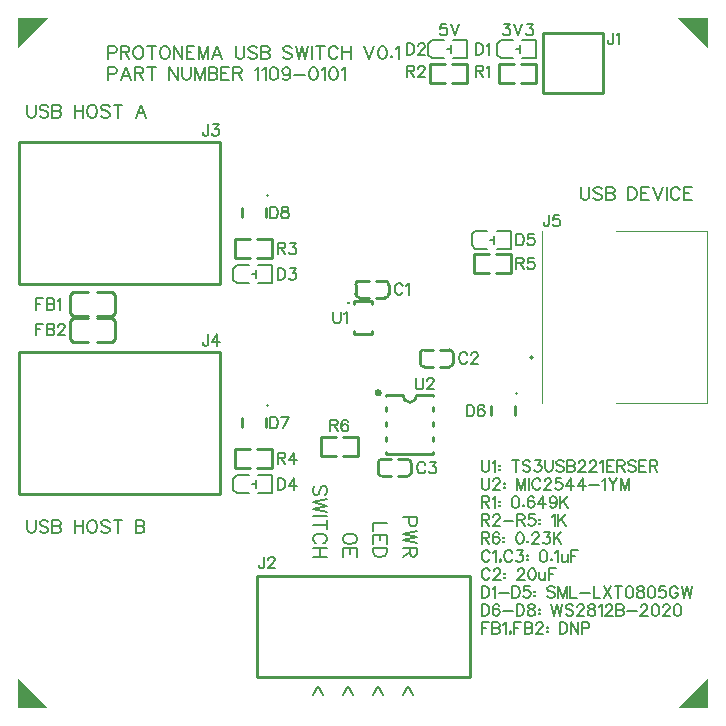
<source format=gto>
G04 Layer: TopSilkscreenLayer*
G04 EasyEDA v6.5.34, 2023-09-10 21:38:17*
G04 5915201a24e44bbb9a238a9ce508910a,5a6b42c53f6a479593ecc07194224c93,10*
G04 Gerber Generator version 0.2*
G04 Scale: 100 percent, Rotated: No, Reflected: No *
G04 Dimensions in millimeters *
G04 leading zeros omitted , absolute positions ,4 integer and 5 decimal *
%FSLAX45Y45*%
%MOMM*%

%ADD10C,0.1524*%
%ADD11C,0.2540*%
%ADD12C,0.1500*%
%ADD13C,0.1001*%
%ADD14C,0.1999*%
%ADD15C,0.0165*%

%LPD*%
D10*
X761992Y5601759D02*
G01*
X761992Y5492539D01*
X761992Y5601759D02*
G01*
X808728Y5601759D01*
X824222Y5596425D01*
X829556Y5591345D01*
X834636Y5580931D01*
X834636Y5565437D01*
X829556Y5555023D01*
X824222Y5549689D01*
X808728Y5544609D01*
X761992Y5544609D01*
X868926Y5601759D02*
G01*
X868926Y5492539D01*
X868926Y5601759D02*
G01*
X915662Y5601759D01*
X931410Y5596425D01*
X936490Y5591345D01*
X941824Y5580931D01*
X941824Y5570517D01*
X936490Y5560103D01*
X931410Y5555023D01*
X915662Y5549689D01*
X868926Y5549689D01*
X905502Y5549689D02*
G01*
X941824Y5492539D01*
X1007102Y5601759D02*
G01*
X996942Y5596425D01*
X986528Y5586265D01*
X981194Y5575851D01*
X976114Y5560103D01*
X976114Y5534195D01*
X981194Y5518701D01*
X986528Y5508287D01*
X996942Y5497873D01*
X1007102Y5492539D01*
X1027930Y5492539D01*
X1038344Y5497873D01*
X1048758Y5508287D01*
X1054092Y5518701D01*
X1059172Y5534195D01*
X1059172Y5560103D01*
X1054092Y5575851D01*
X1048758Y5586265D01*
X1038344Y5596425D01*
X1027930Y5601759D01*
X1007102Y5601759D01*
X1129784Y5601759D02*
G01*
X1129784Y5492539D01*
X1093462Y5601759D02*
G01*
X1166106Y5601759D01*
X1231638Y5601759D02*
G01*
X1221224Y5596425D01*
X1210810Y5586265D01*
X1205730Y5575851D01*
X1200396Y5560103D01*
X1200396Y5534195D01*
X1205730Y5518701D01*
X1210810Y5508287D01*
X1221224Y5497873D01*
X1231638Y5492539D01*
X1252466Y5492539D01*
X1262880Y5497873D01*
X1273294Y5508287D01*
X1278374Y5518701D01*
X1283708Y5534195D01*
X1283708Y5560103D01*
X1278374Y5575851D01*
X1273294Y5586265D01*
X1262880Y5596425D01*
X1252466Y5601759D01*
X1231638Y5601759D01*
X1317998Y5601759D02*
G01*
X1317998Y5492539D01*
X1317998Y5601759D02*
G01*
X1390642Y5492539D01*
X1390642Y5601759D02*
G01*
X1390642Y5492539D01*
X1424932Y5601759D02*
G01*
X1424932Y5492539D01*
X1424932Y5601759D02*
G01*
X1492496Y5601759D01*
X1424932Y5549689D02*
G01*
X1466588Y5549689D01*
X1424932Y5492539D02*
G01*
X1492496Y5492539D01*
X1526786Y5601759D02*
G01*
X1526786Y5492539D01*
X1526786Y5601759D02*
G01*
X1568442Y5492539D01*
X1609844Y5601759D02*
G01*
X1568442Y5492539D01*
X1609844Y5601759D02*
G01*
X1609844Y5492539D01*
X1685790Y5601759D02*
G01*
X1644134Y5492539D01*
X1685790Y5601759D02*
G01*
X1727192Y5492539D01*
X1659882Y5529115D02*
G01*
X1711698Y5529115D01*
X1841492Y5601759D02*
G01*
X1841492Y5523781D01*
X1846826Y5508287D01*
X1857240Y5497873D01*
X1872734Y5492539D01*
X1883148Y5492539D01*
X1898642Y5497873D01*
X1909056Y5508287D01*
X1914390Y5523781D01*
X1914390Y5601759D01*
X2021324Y5586265D02*
G01*
X2010910Y5596425D01*
X1995416Y5601759D01*
X1974588Y5601759D01*
X1959094Y5596425D01*
X1948680Y5586265D01*
X1948680Y5575851D01*
X1953760Y5565437D01*
X1959094Y5560103D01*
X1969508Y5555023D01*
X2000496Y5544609D01*
X2010910Y5539275D01*
X2016244Y5534195D01*
X2021324Y5523781D01*
X2021324Y5508287D01*
X2010910Y5497873D01*
X1995416Y5492539D01*
X1974588Y5492539D01*
X1959094Y5497873D01*
X1948680Y5508287D01*
X2055614Y5601759D02*
G01*
X2055614Y5492539D01*
X2055614Y5601759D02*
G01*
X2102350Y5601759D01*
X2118098Y5596425D01*
X2123178Y5591345D01*
X2128512Y5580931D01*
X2128512Y5570517D01*
X2123178Y5560103D01*
X2118098Y5555023D01*
X2102350Y5549689D01*
X2055614Y5549689D02*
G01*
X2102350Y5549689D01*
X2118098Y5544609D01*
X2123178Y5539275D01*
X2128512Y5529115D01*
X2128512Y5513367D01*
X2123178Y5502953D01*
X2118098Y5497873D01*
X2102350Y5492539D01*
X2055614Y5492539D01*
X2315456Y5586265D02*
G01*
X2305042Y5596425D01*
X2289548Y5601759D01*
X2268720Y5601759D01*
X2252972Y5596425D01*
X2242812Y5586265D01*
X2242812Y5575851D01*
X2247892Y5565437D01*
X2252972Y5560103D01*
X2263386Y5555023D01*
X2294628Y5544609D01*
X2305042Y5539275D01*
X2310122Y5534195D01*
X2315456Y5523781D01*
X2315456Y5508287D01*
X2305042Y5497873D01*
X2289548Y5492539D01*
X2268720Y5492539D01*
X2252972Y5497873D01*
X2242812Y5508287D01*
X2349746Y5601759D02*
G01*
X2375654Y5492539D01*
X2401562Y5601759D02*
G01*
X2375654Y5492539D01*
X2401562Y5601759D02*
G01*
X2427724Y5492539D01*
X2453632Y5601759D02*
G01*
X2427724Y5492539D01*
X2487922Y5601759D02*
G01*
X2487922Y5492539D01*
X2558534Y5601759D02*
G01*
X2558534Y5492539D01*
X2522212Y5601759D02*
G01*
X2594856Y5601759D01*
X2707124Y5575851D02*
G01*
X2702044Y5586265D01*
X2691630Y5596425D01*
X2681216Y5601759D01*
X2660388Y5601759D01*
X2649974Y5596425D01*
X2639560Y5586265D01*
X2634480Y5575851D01*
X2629146Y5560103D01*
X2629146Y5534195D01*
X2634480Y5518701D01*
X2639560Y5508287D01*
X2649974Y5497873D01*
X2660388Y5492539D01*
X2681216Y5492539D01*
X2691630Y5497873D01*
X2702044Y5508287D01*
X2707124Y5518701D01*
X2741414Y5601759D02*
G01*
X2741414Y5492539D01*
X2814312Y5601759D02*
G01*
X2814312Y5492539D01*
X2741414Y5549689D02*
G01*
X2814312Y5549689D01*
X2928612Y5601759D02*
G01*
X2970014Y5492539D01*
X3011670Y5601759D02*
G01*
X2970014Y5492539D01*
X3077202Y5601759D02*
G01*
X3061454Y5596425D01*
X3051040Y5580931D01*
X3045960Y5555023D01*
X3045960Y5539275D01*
X3051040Y5513367D01*
X3061454Y5497873D01*
X3077202Y5492539D01*
X3087362Y5492539D01*
X3103110Y5497873D01*
X3113524Y5513367D01*
X3118604Y5539275D01*
X3118604Y5555023D01*
X3113524Y5580931D01*
X3103110Y5596425D01*
X3087362Y5601759D01*
X3077202Y5601759D01*
X3158228Y5518701D02*
G01*
X3152894Y5513367D01*
X3158228Y5508287D01*
X3163308Y5513367D01*
X3158228Y5518701D01*
X3197598Y5580931D02*
G01*
X3208012Y5586265D01*
X3223506Y5601759D01*
X3223506Y5492539D01*
X761992Y5423959D02*
G01*
X761992Y5314739D01*
X761992Y5423959D02*
G01*
X808728Y5423959D01*
X824222Y5418625D01*
X829556Y5413545D01*
X834636Y5403131D01*
X834636Y5387637D01*
X829556Y5377223D01*
X824222Y5371889D01*
X808728Y5366809D01*
X761992Y5366809D01*
X910582Y5423959D02*
G01*
X868926Y5314739D01*
X910582Y5423959D02*
G01*
X952238Y5314739D01*
X884674Y5351315D02*
G01*
X936490Y5351315D01*
X986528Y5423959D02*
G01*
X986528Y5314739D01*
X986528Y5423959D02*
G01*
X1033264Y5423959D01*
X1048758Y5418625D01*
X1054092Y5413545D01*
X1059172Y5403131D01*
X1059172Y5392717D01*
X1054092Y5382303D01*
X1048758Y5377223D01*
X1033264Y5371889D01*
X986528Y5371889D01*
X1022850Y5371889D02*
G01*
X1059172Y5314739D01*
X1129784Y5423959D02*
G01*
X1129784Y5314739D01*
X1093462Y5423959D02*
G01*
X1166106Y5423959D01*
X1280406Y5423959D02*
G01*
X1280406Y5314739D01*
X1280406Y5423959D02*
G01*
X1353304Y5314739D01*
X1353304Y5423959D02*
G01*
X1353304Y5314739D01*
X1387594Y5423959D02*
G01*
X1387594Y5345981D01*
X1392674Y5330487D01*
X1403088Y5320073D01*
X1418582Y5314739D01*
X1428996Y5314739D01*
X1444744Y5320073D01*
X1455158Y5330487D01*
X1460238Y5345981D01*
X1460238Y5423959D01*
X1494528Y5423959D02*
G01*
X1494528Y5314739D01*
X1494528Y5423959D02*
G01*
X1536184Y5314739D01*
X1577586Y5423959D02*
G01*
X1536184Y5314739D01*
X1577586Y5423959D02*
G01*
X1577586Y5314739D01*
X1611876Y5423959D02*
G01*
X1611876Y5314739D01*
X1611876Y5423959D02*
G01*
X1658612Y5423959D01*
X1674360Y5418625D01*
X1679440Y5413545D01*
X1684774Y5403131D01*
X1684774Y5392717D01*
X1679440Y5382303D01*
X1674360Y5377223D01*
X1658612Y5371889D01*
X1611876Y5371889D02*
G01*
X1658612Y5371889D01*
X1674360Y5366809D01*
X1679440Y5361475D01*
X1684774Y5351315D01*
X1684774Y5335567D01*
X1679440Y5325153D01*
X1674360Y5320073D01*
X1658612Y5314739D01*
X1611876Y5314739D01*
X1719064Y5423959D02*
G01*
X1719064Y5314739D01*
X1719064Y5423959D02*
G01*
X1786628Y5423959D01*
X1719064Y5371889D02*
G01*
X1760466Y5371889D01*
X1719064Y5314739D02*
G01*
X1786628Y5314739D01*
X1820918Y5423959D02*
G01*
X1820918Y5314739D01*
X1820918Y5423959D02*
G01*
X1867654Y5423959D01*
X1883148Y5418625D01*
X1888482Y5413545D01*
X1893562Y5403131D01*
X1893562Y5392717D01*
X1888482Y5382303D01*
X1883148Y5377223D01*
X1867654Y5371889D01*
X1820918Y5371889D01*
X1857240Y5371889D02*
G01*
X1893562Y5314739D01*
X2007862Y5403131D02*
G01*
X2018276Y5408465D01*
X2033770Y5423959D01*
X2033770Y5314739D01*
X2068060Y5403131D02*
G01*
X2078474Y5408465D01*
X2094222Y5423959D01*
X2094222Y5314739D01*
X2159500Y5423959D02*
G01*
X2144006Y5418625D01*
X2133592Y5403131D01*
X2128512Y5377223D01*
X2128512Y5361475D01*
X2133592Y5335567D01*
X2144006Y5320073D01*
X2159500Y5314739D01*
X2169914Y5314739D01*
X2185662Y5320073D01*
X2195822Y5335567D01*
X2201156Y5361475D01*
X2201156Y5377223D01*
X2195822Y5403131D01*
X2185662Y5418625D01*
X2169914Y5423959D01*
X2159500Y5423959D01*
X2303010Y5387637D02*
G01*
X2297676Y5371889D01*
X2287262Y5361475D01*
X2271768Y5356395D01*
X2266688Y5356395D01*
X2250940Y5361475D01*
X2240526Y5371889D01*
X2235446Y5387637D01*
X2235446Y5392717D01*
X2240526Y5408465D01*
X2250940Y5418625D01*
X2266688Y5423959D01*
X2271768Y5423959D01*
X2287262Y5418625D01*
X2297676Y5408465D01*
X2303010Y5387637D01*
X2303010Y5361475D01*
X2297676Y5335567D01*
X2287262Y5320073D01*
X2271768Y5314739D01*
X2261354Y5314739D01*
X2245860Y5320073D01*
X2240526Y5330487D01*
X2337300Y5361475D02*
G01*
X2430772Y5361475D01*
X2496304Y5423959D02*
G01*
X2480556Y5418625D01*
X2470142Y5403131D01*
X2465062Y5377223D01*
X2465062Y5361475D01*
X2470142Y5335567D01*
X2480556Y5320073D01*
X2496304Y5314739D01*
X2506718Y5314739D01*
X2522212Y5320073D01*
X2532626Y5335567D01*
X2537706Y5361475D01*
X2537706Y5377223D01*
X2532626Y5403131D01*
X2522212Y5418625D01*
X2506718Y5423959D01*
X2496304Y5423959D01*
X2571996Y5403131D02*
G01*
X2582410Y5408465D01*
X2598158Y5423959D01*
X2598158Y5314739D01*
X2663436Y5423959D02*
G01*
X2647942Y5418625D01*
X2637528Y5403131D01*
X2632448Y5377223D01*
X2632448Y5361475D01*
X2637528Y5335567D01*
X2647942Y5320073D01*
X2663436Y5314739D01*
X2673850Y5314739D01*
X2689598Y5320073D01*
X2700012Y5335567D01*
X2705092Y5361475D01*
X2705092Y5377223D01*
X2700012Y5403131D01*
X2689598Y5418625D01*
X2673850Y5423959D01*
X2663436Y5423959D01*
X2739382Y5403131D02*
G01*
X2749796Y5408465D01*
X2765290Y5423959D01*
X2765290Y5314739D01*
X3340955Y108602D02*
G01*
X3300061Y181500D01*
X3259167Y108602D01*
X3086955Y108602D02*
G01*
X3046061Y181500D01*
X3005167Y108602D01*
X2832955Y108602D02*
G01*
X2792061Y181500D01*
X2751167Y108602D01*
X2578955Y108602D02*
G01*
X2538061Y181500D01*
X2497167Y108602D01*
X2864403Y1440431D02*
G01*
X2858815Y1451353D01*
X2847893Y1462275D01*
X2836971Y1467863D01*
X2820715Y1473197D01*
X2793283Y1473197D01*
X2777027Y1467863D01*
X2766105Y1462275D01*
X2755183Y1451353D01*
X2749849Y1440431D01*
X2749849Y1418587D01*
X2755183Y1407665D01*
X2766105Y1396743D01*
X2777027Y1391409D01*
X2793283Y1385821D01*
X2820715Y1385821D01*
X2836971Y1391409D01*
X2847893Y1396743D01*
X2858815Y1407665D01*
X2864403Y1418587D01*
X2864403Y1440431D01*
X2864403Y1350007D02*
G01*
X2749849Y1350007D01*
X2864403Y1350007D02*
G01*
X2864403Y1279141D01*
X2809793Y1350007D02*
G01*
X2809793Y1306319D01*
X2749849Y1350007D02*
G01*
X2749849Y1279141D01*
X3118403Y1562097D02*
G01*
X3003849Y1562097D01*
X3003849Y1562097D02*
G01*
X3003849Y1496565D01*
X3118403Y1460751D02*
G01*
X3003849Y1460751D01*
X3118403Y1460751D02*
G01*
X3118403Y1389631D01*
X3063793Y1460751D02*
G01*
X3063793Y1417063D01*
X3003849Y1460751D02*
G01*
X3003849Y1389631D01*
X3118403Y1353817D02*
G01*
X3003849Y1353817D01*
X3118403Y1353817D02*
G01*
X3118403Y1315463D01*
X3112815Y1299207D01*
X3101893Y1288285D01*
X3090971Y1282951D01*
X3074715Y1277363D01*
X3047283Y1277363D01*
X3031027Y1282951D01*
X3020105Y1288285D01*
X3009183Y1299207D01*
X3003849Y1315463D01*
X3003849Y1353817D01*
X2593893Y1803143D02*
G01*
X2604815Y1814065D01*
X2610403Y1830575D01*
X2610403Y1852419D01*
X2604815Y1868675D01*
X2593893Y1879597D01*
X2582971Y1879597D01*
X2572049Y1874263D01*
X2566715Y1868675D01*
X2561127Y1857753D01*
X2550205Y1824987D01*
X2544871Y1814065D01*
X2539283Y1808731D01*
X2528361Y1803143D01*
X2512105Y1803143D01*
X2501183Y1814065D01*
X2495849Y1830575D01*
X2495849Y1852419D01*
X2501183Y1868675D01*
X2512105Y1879597D01*
X2610403Y1767329D02*
G01*
X2495849Y1739897D01*
X2610403Y1712719D02*
G01*
X2495849Y1739897D01*
X2610403Y1712719D02*
G01*
X2495849Y1685541D01*
X2610403Y1658109D02*
G01*
X2495849Y1685541D01*
X2610403Y1622041D02*
G01*
X2495849Y1622041D01*
X2610403Y1547873D02*
G01*
X2495849Y1547873D01*
X2610403Y1586227D02*
G01*
X2610403Y1509773D01*
X2582971Y1391917D02*
G01*
X2593893Y1397505D01*
X2604815Y1408427D01*
X2610403Y1419349D01*
X2610403Y1440939D01*
X2604815Y1451861D01*
X2593893Y1462783D01*
X2582971Y1468371D01*
X2566715Y1473705D01*
X2539283Y1473705D01*
X2523027Y1468371D01*
X2512105Y1462783D01*
X2501183Y1451861D01*
X2495849Y1440939D01*
X2495849Y1419349D01*
X2501183Y1408427D01*
X2512105Y1397505D01*
X2523027Y1391917D01*
X2610403Y1355849D02*
G01*
X2495849Y1355849D01*
X2610403Y1279649D02*
G01*
X2495849Y1279649D01*
X2555793Y1355849D02*
G01*
X2555793Y1279649D01*
X3372398Y1612897D02*
G01*
X3257844Y1612897D01*
X3372398Y1612897D02*
G01*
X3372398Y1563875D01*
X3366810Y1547365D01*
X3361476Y1542031D01*
X3350554Y1536443D01*
X3334044Y1536443D01*
X3323122Y1542031D01*
X3317788Y1547365D01*
X3312200Y1563875D01*
X3312200Y1612897D01*
X3372398Y1500629D02*
G01*
X3257844Y1473197D01*
X3372398Y1446019D02*
G01*
X3257844Y1473197D01*
X3372398Y1446019D02*
G01*
X3257844Y1418841D01*
X3372398Y1391409D02*
G01*
X3257844Y1418841D01*
X3372398Y1355341D02*
G01*
X3257844Y1355341D01*
X3372398Y1355341D02*
G01*
X3372398Y1306319D01*
X3366810Y1290063D01*
X3361476Y1284475D01*
X3350554Y1279141D01*
X3339632Y1279141D01*
X3328710Y1284475D01*
X3323122Y1290063D01*
X3317788Y1306319D01*
X3317788Y1355341D01*
X3317788Y1317241D02*
G01*
X3257844Y1279141D01*
X2082294Y1276464D02*
G01*
X2082294Y1203817D01*
X2077722Y1190101D01*
X2073150Y1185532D01*
X2064006Y1180957D01*
X2055116Y1180957D01*
X2045972Y1185532D01*
X2041400Y1190101D01*
X2036828Y1203817D01*
X2036828Y1212964D01*
X2116838Y1253855D02*
G01*
X2116838Y1258430D01*
X2121410Y1267317D01*
X2125982Y1271889D01*
X2135126Y1276464D01*
X2153160Y1276464D01*
X2162304Y1271889D01*
X2166876Y1267317D01*
X2171448Y1258430D01*
X2171448Y1249286D01*
X2166876Y1240139D01*
X2157732Y1226423D01*
X2112266Y1180957D01*
X2176020Y1180957D01*
X76192Y5106456D02*
G01*
X76192Y5028478D01*
X81272Y5012984D01*
X91686Y5002570D01*
X107434Y4997236D01*
X117848Y4997236D01*
X133342Y5002570D01*
X143756Y5012984D01*
X148836Y5028478D01*
X148836Y5106456D01*
X256024Y5090962D02*
G01*
X245610Y5101122D01*
X229862Y5106456D01*
X209288Y5106456D01*
X193540Y5101122D01*
X183126Y5090962D01*
X183126Y5080548D01*
X188460Y5070134D01*
X193540Y5064800D01*
X203954Y5059720D01*
X235196Y5049306D01*
X245610Y5043972D01*
X250690Y5038892D01*
X256024Y5028478D01*
X256024Y5012984D01*
X245610Y5002570D01*
X229862Y4997236D01*
X209288Y4997236D01*
X193540Y5002570D01*
X183126Y5012984D01*
X290314Y5106456D02*
G01*
X290314Y4997236D01*
X290314Y5106456D02*
G01*
X337050Y5106456D01*
X352544Y5101122D01*
X357878Y5096042D01*
X362958Y5085628D01*
X362958Y5075214D01*
X357878Y5064800D01*
X352544Y5059720D01*
X337050Y5054386D01*
X290314Y5054386D02*
G01*
X337050Y5054386D01*
X352544Y5049306D01*
X357878Y5043972D01*
X362958Y5033812D01*
X362958Y5018064D01*
X357878Y5007650D01*
X352544Y5002570D01*
X337050Y4997236D01*
X290314Y4997236D01*
X477258Y5106456D02*
G01*
X477258Y4997236D01*
X549902Y5106456D02*
G01*
X549902Y4997236D01*
X477258Y5054386D02*
G01*
X549902Y5054386D01*
X615434Y5106456D02*
G01*
X605020Y5101122D01*
X594606Y5090962D01*
X589526Y5080548D01*
X584192Y5064800D01*
X584192Y5038892D01*
X589526Y5023398D01*
X594606Y5012984D01*
X605020Y5002570D01*
X615434Y4997236D01*
X636262Y4997236D01*
X646676Y5002570D01*
X657090Y5012984D01*
X662170Y5023398D01*
X667504Y5038892D01*
X667504Y5064800D01*
X662170Y5080548D01*
X657090Y5090962D01*
X646676Y5101122D01*
X636262Y5106456D01*
X615434Y5106456D01*
X774438Y5090962D02*
G01*
X764024Y5101122D01*
X748530Y5106456D01*
X727702Y5106456D01*
X712208Y5101122D01*
X701794Y5090962D01*
X701794Y5080548D01*
X706874Y5070134D01*
X712208Y5064800D01*
X722622Y5059720D01*
X753610Y5049306D01*
X764024Y5043972D01*
X769358Y5038892D01*
X774438Y5028478D01*
X774438Y5012984D01*
X764024Y5002570D01*
X748530Y4997236D01*
X727702Y4997236D01*
X712208Y5002570D01*
X701794Y5012984D01*
X845050Y5106456D02*
G01*
X845050Y4997236D01*
X808728Y5106456D02*
G01*
X881372Y5106456D01*
X1037328Y5106456D02*
G01*
X995672Y4997236D01*
X1037328Y5106456D02*
G01*
X1078984Y4997236D01*
X1011420Y5033812D02*
G01*
X1063236Y5033812D01*
X5036558Y5714230D02*
G01*
X5036558Y5641586D01*
X5031986Y5627870D01*
X5027414Y5623298D01*
X5018270Y5618726D01*
X5009380Y5618726D01*
X5000236Y5623298D01*
X4995664Y5627870D01*
X4991092Y5641586D01*
X4991092Y5650730D01*
X5066530Y5696196D02*
G01*
X5075674Y5700768D01*
X5089390Y5714230D01*
X5089390Y5618726D01*
X4111236Y5790430D02*
G01*
X4161274Y5790430D01*
X4133842Y5754108D01*
X4147558Y5754108D01*
X4156702Y5749536D01*
X4161274Y5744964D01*
X4165846Y5731502D01*
X4165846Y5722358D01*
X4161274Y5708642D01*
X4152130Y5699498D01*
X4138414Y5694926D01*
X4124698Y5694926D01*
X4111236Y5699498D01*
X4106664Y5704070D01*
X4102092Y5713214D01*
X4195818Y5790430D02*
G01*
X4232140Y5694926D01*
X4268462Y5790430D02*
G01*
X4232140Y5694926D01*
X4307578Y5790430D02*
G01*
X4357616Y5790430D01*
X4330184Y5754108D01*
X4343900Y5754108D01*
X4353044Y5749536D01*
X4357616Y5744964D01*
X4362188Y5731502D01*
X4362188Y5722358D01*
X4357616Y5708642D01*
X4348472Y5699498D01*
X4334756Y5694926D01*
X4321294Y5694926D01*
X4307578Y5699498D01*
X4303006Y5704070D01*
X4298434Y5713214D01*
X3924289Y1789935D02*
G01*
X3924289Y1694431D01*
X3924289Y1789935D02*
G01*
X3965183Y1789935D01*
X3978899Y1785363D01*
X3983471Y1780791D01*
X3988043Y1771901D01*
X3988043Y1762757D01*
X3983471Y1753613D01*
X3978899Y1749041D01*
X3965183Y1744469D01*
X3924289Y1744469D01*
X3956039Y1744469D02*
G01*
X3988043Y1694431D01*
X4018015Y1771901D02*
G01*
X4026905Y1776473D01*
X4040621Y1789935D01*
X4040621Y1694431D01*
X4075165Y1749041D02*
G01*
X4070593Y1744469D01*
X4075165Y1739897D01*
X4079737Y1744469D01*
X4075165Y1749041D01*
X4075165Y1717291D02*
G01*
X4070593Y1712719D01*
X4075165Y1708147D01*
X4079737Y1712719D01*
X4075165Y1717291D01*
X4206989Y1789935D02*
G01*
X4193273Y1785363D01*
X4184385Y1771901D01*
X4179813Y1749041D01*
X4179813Y1735579D01*
X4184385Y1712719D01*
X4193273Y1699003D01*
X4206989Y1694431D01*
X4216135Y1694431D01*
X4229851Y1699003D01*
X4238739Y1712719D01*
X4243313Y1735579D01*
X4243313Y1749041D01*
X4238739Y1771901D01*
X4229851Y1785363D01*
X4216135Y1789935D01*
X4206989Y1789935D01*
X4277855Y1717291D02*
G01*
X4273285Y1712719D01*
X4277855Y1708147D01*
X4282429Y1712719D01*
X4277855Y1717291D01*
X4367011Y1776473D02*
G01*
X4362439Y1785363D01*
X4348723Y1789935D01*
X4339833Y1789935D01*
X4326117Y1785363D01*
X4316973Y1771901D01*
X4312401Y1749041D01*
X4312401Y1726435D01*
X4316973Y1708147D01*
X4326117Y1699003D01*
X4339833Y1694431D01*
X4344405Y1694431D01*
X4357867Y1699003D01*
X4367011Y1708147D01*
X4371583Y1721863D01*
X4371583Y1726435D01*
X4367011Y1739897D01*
X4357867Y1749041D01*
X4344405Y1753613D01*
X4339833Y1753613D01*
X4326117Y1749041D01*
X4316973Y1739897D01*
X4312401Y1726435D01*
X4447021Y1789935D02*
G01*
X4401555Y1726435D01*
X4469627Y1726435D01*
X4447021Y1789935D02*
G01*
X4447021Y1694431D01*
X4558781Y1758185D02*
G01*
X4554207Y1744469D01*
X4545065Y1735579D01*
X4531603Y1731007D01*
X4527031Y1731007D01*
X4513315Y1735579D01*
X4504171Y1744469D01*
X4499853Y1758185D01*
X4499853Y1762757D01*
X4504171Y1776473D01*
X4513315Y1785363D01*
X4527031Y1789935D01*
X4531603Y1789935D01*
X4545065Y1785363D01*
X4554207Y1776473D01*
X4558781Y1758185D01*
X4558781Y1735579D01*
X4554207Y1712719D01*
X4545065Y1699003D01*
X4531603Y1694431D01*
X4522457Y1694431D01*
X4508743Y1699003D01*
X4504171Y1708147D01*
X4588753Y1789935D02*
G01*
X4588753Y1694431D01*
X4652505Y1789935D02*
G01*
X4588753Y1726435D01*
X4611613Y1749041D02*
G01*
X4652505Y1694431D01*
X3924292Y1485178D02*
G01*
X3924292Y1389674D01*
X3924292Y1485178D02*
G01*
X3965186Y1485178D01*
X3978902Y1480606D01*
X3983474Y1476034D01*
X3988046Y1467144D01*
X3988046Y1458000D01*
X3983474Y1448856D01*
X3978902Y1444284D01*
X3965186Y1439712D01*
X3924292Y1439712D01*
X3956042Y1439712D02*
G01*
X3988046Y1389674D01*
X4072374Y1471462D02*
G01*
X4067802Y1480606D01*
X4054340Y1485178D01*
X4045196Y1485178D01*
X4031480Y1480606D01*
X4022590Y1467144D01*
X4018018Y1444284D01*
X4018018Y1421678D01*
X4022590Y1403390D01*
X4031480Y1394246D01*
X4045196Y1389674D01*
X4049768Y1389674D01*
X4063484Y1394246D01*
X4072374Y1403390D01*
X4076946Y1417106D01*
X4076946Y1421678D01*
X4072374Y1435140D01*
X4063484Y1444284D01*
X4049768Y1448856D01*
X4045196Y1448856D01*
X4031480Y1444284D01*
X4022590Y1435140D01*
X4018018Y1421678D01*
X4111490Y1444284D02*
G01*
X4106918Y1439712D01*
X4111490Y1435140D01*
X4116062Y1439712D01*
X4111490Y1444284D01*
X4111490Y1412534D02*
G01*
X4106918Y1407962D01*
X4111490Y1403390D01*
X4116062Y1407962D01*
X4111490Y1412534D01*
X4243316Y1485178D02*
G01*
X4229854Y1480606D01*
X4220710Y1467144D01*
X4216138Y1444284D01*
X4216138Y1430568D01*
X4220710Y1407962D01*
X4229854Y1394246D01*
X4243316Y1389674D01*
X4252460Y1389674D01*
X4266176Y1394246D01*
X4275320Y1407962D01*
X4279638Y1430568D01*
X4279638Y1444284D01*
X4275320Y1467144D01*
X4266176Y1480606D01*
X4252460Y1485178D01*
X4243316Y1485178D01*
X4314182Y1412534D02*
G01*
X4309864Y1407962D01*
X4314182Y1403390D01*
X4318754Y1407962D01*
X4314182Y1412534D01*
X4353298Y1462572D02*
G01*
X4353298Y1467144D01*
X4357870Y1476034D01*
X4362442Y1480606D01*
X4371586Y1485178D01*
X4389620Y1485178D01*
X4398764Y1480606D01*
X4403336Y1476034D01*
X4407908Y1467144D01*
X4407908Y1458000D01*
X4403336Y1448856D01*
X4394192Y1435140D01*
X4348726Y1389674D01*
X4412480Y1389674D01*
X4451596Y1485178D02*
G01*
X4501634Y1485178D01*
X4474202Y1448856D01*
X4487918Y1448856D01*
X4497062Y1444284D01*
X4501634Y1439712D01*
X4506206Y1425996D01*
X4506206Y1417106D01*
X4501634Y1403390D01*
X4492490Y1394246D01*
X4478774Y1389674D01*
X4465312Y1389674D01*
X4451596Y1394246D01*
X4447024Y1398818D01*
X4442452Y1407962D01*
X4536178Y1485178D02*
G01*
X4536178Y1389674D01*
X4599678Y1485178D02*
G01*
X4536178Y1421678D01*
X4558784Y1444284D02*
G01*
X4599678Y1389674D01*
X3924292Y1637578D02*
G01*
X3924292Y1542074D01*
X3924292Y1637578D02*
G01*
X3965186Y1637578D01*
X3978902Y1633006D01*
X3983474Y1628434D01*
X3988046Y1619544D01*
X3988046Y1610400D01*
X3983474Y1601256D01*
X3978902Y1596684D01*
X3965186Y1592112D01*
X3924292Y1592112D01*
X3956042Y1592112D02*
G01*
X3988046Y1542074D01*
X4022590Y1614972D02*
G01*
X4022590Y1619544D01*
X4026908Y1628434D01*
X4031480Y1633006D01*
X4040624Y1637578D01*
X4058912Y1637578D01*
X4067802Y1633006D01*
X4072374Y1628434D01*
X4076946Y1619544D01*
X4076946Y1610400D01*
X4072374Y1601256D01*
X4063484Y1587540D01*
X4018018Y1542074D01*
X4081518Y1542074D01*
X4111490Y1582968D02*
G01*
X4193278Y1582968D01*
X4223504Y1637578D02*
G01*
X4223504Y1542074D01*
X4223504Y1637578D02*
G01*
X4264398Y1637578D01*
X4277860Y1633006D01*
X4282432Y1628434D01*
X4287004Y1619544D01*
X4287004Y1610400D01*
X4282432Y1601256D01*
X4277860Y1596684D01*
X4264398Y1592112D01*
X4223504Y1592112D01*
X4255254Y1592112D02*
G01*
X4287004Y1542074D01*
X4371586Y1637578D02*
G01*
X4326120Y1637578D01*
X4321548Y1596684D01*
X4326120Y1601256D01*
X4339836Y1605828D01*
X4353298Y1605828D01*
X4367014Y1601256D01*
X4376158Y1592112D01*
X4380730Y1578396D01*
X4380730Y1569506D01*
X4376158Y1555790D01*
X4367014Y1546646D01*
X4353298Y1542074D01*
X4339836Y1542074D01*
X4326120Y1546646D01*
X4321548Y1551218D01*
X4316976Y1560362D01*
X4415274Y1596684D02*
G01*
X4410702Y1592112D01*
X4415274Y1587540D01*
X4419846Y1592112D01*
X4415274Y1596684D01*
X4415274Y1564934D02*
G01*
X4410702Y1560362D01*
X4415274Y1555790D01*
X4419846Y1560362D01*
X4415274Y1564934D01*
X4519668Y1619544D02*
G01*
X4528812Y1623862D01*
X4542528Y1637578D01*
X4542528Y1542074D01*
X4572500Y1637578D02*
G01*
X4572500Y1542074D01*
X4636000Y1637578D02*
G01*
X4572500Y1574078D01*
X4595106Y1596684D02*
G01*
X4636000Y1542074D01*
X3924289Y1942383D02*
G01*
X3924289Y1874311D01*
X3928861Y1860595D01*
X3938005Y1851451D01*
X3951467Y1846879D01*
X3960611Y1846879D01*
X3974327Y1851451D01*
X3983471Y1860595D01*
X3988043Y1874311D01*
X3988043Y1942383D01*
X4022587Y1919777D02*
G01*
X4022587Y1924095D01*
X4026905Y1933239D01*
X4031477Y1937811D01*
X4040621Y1942383D01*
X4058909Y1942383D01*
X4068053Y1937811D01*
X4072371Y1933239D01*
X4076943Y1924095D01*
X4076943Y1915205D01*
X4072371Y1906061D01*
X4063481Y1892345D01*
X4018015Y1846879D01*
X4081515Y1846879D01*
X4116059Y1901489D02*
G01*
X4111487Y1896917D01*
X4116059Y1892345D01*
X4120631Y1896917D01*
X4116059Y1901489D01*
X4116059Y1869739D02*
G01*
X4111487Y1865167D01*
X4116059Y1860595D01*
X4120631Y1865167D01*
X4116059Y1869739D01*
X4220707Y1942383D02*
G01*
X4220707Y1846879D01*
X4220707Y1942383D02*
G01*
X4257029Y1846879D01*
X4293351Y1942383D02*
G01*
X4257029Y1846879D01*
X4293351Y1942383D02*
G01*
X4293351Y1846879D01*
X4323323Y1942383D02*
G01*
X4323323Y1846879D01*
X4421621Y1919777D02*
G01*
X4417049Y1928667D01*
X4407905Y1937811D01*
X4398761Y1942383D01*
X4380727Y1942383D01*
X4371583Y1937811D01*
X4362439Y1928667D01*
X4357867Y1919777D01*
X4353295Y1906061D01*
X4353295Y1883201D01*
X4357867Y1869739D01*
X4362439Y1860595D01*
X4371583Y1851451D01*
X4380727Y1846879D01*
X4398761Y1846879D01*
X4407905Y1851451D01*
X4417049Y1860595D01*
X4421621Y1869739D01*
X4456165Y1919777D02*
G01*
X4456165Y1924095D01*
X4460737Y1933239D01*
X4465309Y1937811D01*
X4474199Y1942383D01*
X4492487Y1942383D01*
X4501631Y1937811D01*
X4506203Y1933239D01*
X4510775Y1924095D01*
X4510775Y1915205D01*
X4506203Y1906061D01*
X4497059Y1892345D01*
X4451593Y1846879D01*
X4515093Y1846879D01*
X4599675Y1942383D02*
G01*
X4554209Y1942383D01*
X4549637Y1901489D01*
X4554209Y1906061D01*
X4567925Y1910633D01*
X4581641Y1910633D01*
X4595103Y1906061D01*
X4604247Y1896917D01*
X4608819Y1883201D01*
X4608819Y1874311D01*
X4604247Y1860595D01*
X4595103Y1851451D01*
X4581641Y1846879D01*
X4567925Y1846879D01*
X4554209Y1851451D01*
X4549637Y1856023D01*
X4545319Y1865167D01*
X4684257Y1942383D02*
G01*
X4638791Y1878883D01*
X4707117Y1878883D01*
X4684257Y1942383D02*
G01*
X4684257Y1846879D01*
X4782555Y1942383D02*
G01*
X4737089Y1878883D01*
X4805161Y1878883D01*
X4782555Y1942383D02*
G01*
X4782555Y1846879D01*
X4835133Y1887773D02*
G01*
X4916921Y1887773D01*
X4946893Y1924095D02*
G01*
X4956037Y1928667D01*
X4969753Y1942383D01*
X4969753Y1846879D01*
X4999725Y1942383D02*
G01*
X5036047Y1896917D01*
X5036047Y1846879D01*
X5072369Y1942383D02*
G01*
X5036047Y1896917D01*
X5102595Y1942383D02*
G01*
X5102595Y1846879D01*
X5102595Y1942383D02*
G01*
X5138917Y1846879D01*
X5175239Y1942383D02*
G01*
X5138917Y1846879D01*
X5175239Y1942383D02*
G01*
X5175239Y1846879D01*
X3924289Y2094783D02*
G01*
X3924289Y2026711D01*
X3928861Y2012995D01*
X3938005Y2003851D01*
X3951467Y1999279D01*
X3960611Y1999279D01*
X3974327Y2003851D01*
X3983471Y2012995D01*
X3988043Y2026711D01*
X3988043Y2094783D01*
X4018015Y2076495D02*
G01*
X4026905Y2081067D01*
X4040621Y2094783D01*
X4040621Y1999279D01*
X4075165Y2053889D02*
G01*
X4070593Y2049317D01*
X4075165Y2044745D01*
X4079737Y2049317D01*
X4075165Y2053889D01*
X4075165Y2022139D02*
G01*
X4070593Y2017567D01*
X4075165Y2012995D01*
X4079737Y2017567D01*
X4075165Y2022139D01*
X4211563Y2094783D02*
G01*
X4211563Y1999279D01*
X4179813Y2094783D02*
G01*
X4243313Y2094783D01*
X4337039Y2081067D02*
G01*
X4327895Y2090211D01*
X4314179Y2094783D01*
X4296145Y2094783D01*
X4282429Y2090211D01*
X4273285Y2081067D01*
X4273285Y2072177D01*
X4277857Y2063033D01*
X4282429Y2058461D01*
X4291573Y2053889D01*
X4318751Y2044745D01*
X4327895Y2040173D01*
X4332467Y2035601D01*
X4337039Y2026711D01*
X4337039Y2012995D01*
X4327895Y2003851D01*
X4314179Y1999279D01*
X4296145Y1999279D01*
X4282429Y2003851D01*
X4273285Y2012995D01*
X4376155Y2094783D02*
G01*
X4426193Y2094783D01*
X4398761Y2058461D01*
X4412477Y2058461D01*
X4421621Y2053889D01*
X4426193Y2049317D01*
X4430765Y2035601D01*
X4430765Y2026711D01*
X4426193Y2012995D01*
X4417049Y2003851D01*
X4403333Y1999279D01*
X4389871Y1999279D01*
X4376155Y2003851D01*
X4371583Y2008423D01*
X4367011Y2017567D01*
X4460737Y2094783D02*
G01*
X4460737Y2026711D01*
X4465309Y2012995D01*
X4474199Y2003851D01*
X4487915Y1999279D01*
X4497059Y1999279D01*
X4510775Y2003851D01*
X4519665Y2012995D01*
X4524237Y2026711D01*
X4524237Y2094783D01*
X4617963Y2081067D02*
G01*
X4608819Y2090211D01*
X4595103Y2094783D01*
X4577069Y2094783D01*
X4563353Y2090211D01*
X4554209Y2081067D01*
X4554209Y2072177D01*
X4558781Y2063033D01*
X4563353Y2058461D01*
X4572497Y2053889D01*
X4599675Y2044745D01*
X4608819Y2040173D01*
X4613391Y2035601D01*
X4617963Y2026711D01*
X4617963Y2012995D01*
X4608819Y2003851D01*
X4595103Y1999279D01*
X4577069Y1999279D01*
X4563353Y2003851D01*
X4554209Y2012995D01*
X4647935Y2094783D02*
G01*
X4647935Y1999279D01*
X4647935Y2094783D02*
G01*
X4688829Y2094783D01*
X4702545Y2090211D01*
X4707117Y2085639D01*
X4711689Y2076495D01*
X4711689Y2067605D01*
X4707117Y2058461D01*
X4702545Y2053889D01*
X4688829Y2049317D01*
X4647935Y2049317D02*
G01*
X4688829Y2049317D01*
X4702545Y2044745D01*
X4707117Y2040173D01*
X4711689Y2031283D01*
X4711689Y2017567D01*
X4707117Y2008423D01*
X4702545Y2003851D01*
X4688829Y1999279D01*
X4647935Y1999279D01*
X4746233Y2072177D02*
G01*
X4746233Y2076495D01*
X4750551Y2085639D01*
X4755123Y2090211D01*
X4764267Y2094783D01*
X4782555Y2094783D01*
X4791445Y2090211D01*
X4796017Y2085639D01*
X4800589Y2076495D01*
X4800589Y2067605D01*
X4796017Y2058461D01*
X4787127Y2044745D01*
X4741661Y1999279D01*
X4805161Y1999279D01*
X4839705Y2072177D02*
G01*
X4839705Y2076495D01*
X4844277Y2085639D01*
X4848849Y2090211D01*
X4857993Y2094783D01*
X4876027Y2094783D01*
X4885171Y2090211D01*
X4889743Y2085639D01*
X4894315Y2076495D01*
X4894315Y2067605D01*
X4889743Y2058461D01*
X4880599Y2044745D01*
X4835133Y1999279D01*
X4898887Y1999279D01*
X4928859Y2076495D02*
G01*
X4938003Y2081067D01*
X4951465Y2094783D01*
X4951465Y1999279D01*
X4981437Y2094783D02*
G01*
X4981437Y1999279D01*
X4981437Y2094783D02*
G01*
X5040619Y2094783D01*
X4981437Y2049317D02*
G01*
X5018013Y2049317D01*
X4981437Y1999279D02*
G01*
X5040619Y1999279D01*
X5070591Y2094783D02*
G01*
X5070591Y1999279D01*
X5070591Y2094783D02*
G01*
X5111485Y2094783D01*
X5125201Y2090211D01*
X5129773Y2085639D01*
X5134345Y2076495D01*
X5134345Y2067605D01*
X5129773Y2058461D01*
X5125201Y2053889D01*
X5111485Y2049317D01*
X5070591Y2049317D01*
X5102595Y2049317D02*
G01*
X5134345Y1999279D01*
X5227817Y2081067D02*
G01*
X5218927Y2090211D01*
X5205211Y2094783D01*
X5186923Y2094783D01*
X5173461Y2090211D01*
X5164317Y2081067D01*
X5164317Y2072177D01*
X5168889Y2063033D01*
X5173461Y2058461D01*
X5182351Y2053889D01*
X5209783Y2044745D01*
X5218927Y2040173D01*
X5223499Y2035601D01*
X5227817Y2026711D01*
X5227817Y2012995D01*
X5218927Y2003851D01*
X5205211Y1999279D01*
X5186923Y1999279D01*
X5173461Y2003851D01*
X5164317Y2012995D01*
X5258043Y2094783D02*
G01*
X5258043Y1999279D01*
X5258043Y2094783D02*
G01*
X5316971Y2094783D01*
X5258043Y2049317D02*
G01*
X5294365Y2049317D01*
X5258043Y1999279D02*
G01*
X5316971Y1999279D01*
X5346943Y2094783D02*
G01*
X5346943Y1999279D01*
X5346943Y2094783D02*
G01*
X5387837Y2094783D01*
X5401553Y2090211D01*
X5406125Y2085639D01*
X5410697Y2076495D01*
X5410697Y2067605D01*
X5406125Y2058461D01*
X5401553Y2053889D01*
X5387837Y2049317D01*
X5346943Y2049317D01*
X5378947Y2049317D02*
G01*
X5410697Y1999279D01*
X3992361Y1310177D02*
G01*
X3988043Y1319067D01*
X3978899Y1328211D01*
X3969755Y1332783D01*
X3951467Y1332783D01*
X3942577Y1328211D01*
X3933433Y1319067D01*
X3928861Y1310177D01*
X3924289Y1296461D01*
X3924289Y1273601D01*
X3928861Y1260139D01*
X3933433Y1250995D01*
X3942577Y1241851D01*
X3951467Y1237279D01*
X3969755Y1237279D01*
X3978899Y1241851D01*
X3988043Y1250995D01*
X3992361Y1260139D01*
X4022587Y1314749D02*
G01*
X4031477Y1319067D01*
X4045193Y1332783D01*
X4045193Y1237279D01*
X4084309Y1255567D02*
G01*
X4079737Y1250995D01*
X4075165Y1255567D01*
X4079737Y1260139D01*
X4084309Y1255567D01*
X4084309Y1246423D01*
X4075165Y1237279D01*
X4182353Y1310177D02*
G01*
X4178035Y1319067D01*
X4168891Y1328211D01*
X4159747Y1332783D01*
X4141459Y1332783D01*
X4132569Y1328211D01*
X4123425Y1319067D01*
X4118853Y1310177D01*
X4114281Y1296461D01*
X4114281Y1273601D01*
X4118853Y1260139D01*
X4123425Y1250995D01*
X4132569Y1241851D01*
X4141459Y1237279D01*
X4159747Y1237279D01*
X4168891Y1241851D01*
X4178035Y1250995D01*
X4182353Y1260139D01*
X4221469Y1332783D02*
G01*
X4271507Y1332783D01*
X4244329Y1296461D01*
X4258045Y1296461D01*
X4266935Y1291889D01*
X4271507Y1287317D01*
X4276079Y1273601D01*
X4276079Y1264711D01*
X4271507Y1250995D01*
X4262363Y1241851D01*
X4248901Y1237279D01*
X4235185Y1237279D01*
X4221469Y1241851D01*
X4216897Y1246423D01*
X4212579Y1255567D01*
X4310623Y1291889D02*
G01*
X4306051Y1287317D01*
X4310623Y1282745D01*
X4315195Y1287317D01*
X4310623Y1291889D01*
X4310623Y1260139D02*
G01*
X4306051Y1255567D01*
X4310623Y1250995D01*
X4315195Y1255567D01*
X4310623Y1260139D01*
X4442449Y1332783D02*
G01*
X4428733Y1328211D01*
X4419843Y1314749D01*
X4415271Y1291889D01*
X4415271Y1278173D01*
X4419843Y1255567D01*
X4428733Y1241851D01*
X4442449Y1237279D01*
X4451593Y1237279D01*
X4465309Y1241851D01*
X4474199Y1255567D01*
X4478771Y1278173D01*
X4478771Y1291889D01*
X4474199Y1314749D01*
X4465309Y1328211D01*
X4451593Y1332783D01*
X4442449Y1332783D01*
X4513315Y1260139D02*
G01*
X4508743Y1255567D01*
X4513315Y1250995D01*
X4517887Y1255567D01*
X4513315Y1260139D01*
X4547859Y1314749D02*
G01*
X4557003Y1319067D01*
X4570719Y1332783D01*
X4570719Y1237279D01*
X4600691Y1301033D02*
G01*
X4600691Y1255567D01*
X4605263Y1241851D01*
X4614407Y1237279D01*
X4627869Y1237279D01*
X4637013Y1241851D01*
X4650729Y1255567D01*
X4650729Y1301033D02*
G01*
X4650729Y1237279D01*
X4680701Y1332783D02*
G01*
X4680701Y1237279D01*
X4680701Y1332783D02*
G01*
X4739629Y1332783D01*
X4680701Y1287317D02*
G01*
X4717023Y1287317D01*
X3992364Y1157772D02*
G01*
X3988046Y1166662D01*
X3978902Y1175806D01*
X3969758Y1180378D01*
X3951470Y1180378D01*
X3942580Y1175806D01*
X3933436Y1166662D01*
X3928864Y1157772D01*
X3924292Y1144056D01*
X3924292Y1121196D01*
X3928864Y1107734D01*
X3933436Y1098590D01*
X3942580Y1089446D01*
X3951470Y1084874D01*
X3969758Y1084874D01*
X3978902Y1089446D01*
X3988046Y1098590D01*
X3992364Y1107734D01*
X4026908Y1157772D02*
G01*
X4026908Y1162344D01*
X4031480Y1171234D01*
X4036052Y1175806D01*
X4045196Y1180378D01*
X4063484Y1180378D01*
X4072374Y1175806D01*
X4076946Y1171234D01*
X4081518Y1162344D01*
X4081518Y1153200D01*
X4076946Y1144056D01*
X4067802Y1130340D01*
X4022590Y1084874D01*
X4086090Y1084874D01*
X4120634Y1139484D02*
G01*
X4116062Y1134912D01*
X4120634Y1130340D01*
X4125206Y1134912D01*
X4120634Y1139484D01*
X4120634Y1107734D02*
G01*
X4116062Y1103162D01*
X4120634Y1098590D01*
X4125206Y1103162D01*
X4120634Y1107734D01*
X4229854Y1157772D02*
G01*
X4229854Y1162344D01*
X4234172Y1171234D01*
X4238744Y1175806D01*
X4247888Y1180378D01*
X4266176Y1180378D01*
X4275320Y1175806D01*
X4279638Y1171234D01*
X4284210Y1162344D01*
X4284210Y1153200D01*
X4279638Y1144056D01*
X4270748Y1130340D01*
X4225282Y1084874D01*
X4288782Y1084874D01*
X4346186Y1180378D02*
G01*
X4332470Y1175806D01*
X4323326Y1162344D01*
X4318754Y1139484D01*
X4318754Y1125768D01*
X4323326Y1103162D01*
X4332470Y1089446D01*
X4346186Y1084874D01*
X4355076Y1084874D01*
X4368792Y1089446D01*
X4377936Y1103162D01*
X4382508Y1125768D01*
X4382508Y1139484D01*
X4377936Y1162344D01*
X4368792Y1175806D01*
X4355076Y1180378D01*
X4346186Y1180378D01*
X4412480Y1148628D02*
G01*
X4412480Y1103162D01*
X4417052Y1089446D01*
X4426196Y1084874D01*
X4439658Y1084874D01*
X4448802Y1089446D01*
X4462518Y1103162D01*
X4462518Y1148628D02*
G01*
X4462518Y1084874D01*
X4492490Y1180378D02*
G01*
X4492490Y1084874D01*
X4492490Y1180378D02*
G01*
X4551672Y1180378D01*
X4492490Y1134912D02*
G01*
X4528812Y1134912D01*
X76192Y1588564D02*
G01*
X76192Y1510586D01*
X81272Y1495092D01*
X91686Y1484678D01*
X107434Y1479344D01*
X117848Y1479344D01*
X133342Y1484678D01*
X143756Y1495092D01*
X148836Y1510586D01*
X148836Y1588564D01*
X256024Y1573070D02*
G01*
X245610Y1583230D01*
X229862Y1588564D01*
X209288Y1588564D01*
X193540Y1583230D01*
X183126Y1573070D01*
X183126Y1562656D01*
X188460Y1552242D01*
X193540Y1546908D01*
X203954Y1541828D01*
X235196Y1531414D01*
X245610Y1526080D01*
X250690Y1521000D01*
X256024Y1510586D01*
X256024Y1495092D01*
X245610Y1484678D01*
X229862Y1479344D01*
X209288Y1479344D01*
X193540Y1484678D01*
X183126Y1495092D01*
X290314Y1588564D02*
G01*
X290314Y1479344D01*
X290314Y1588564D02*
G01*
X337050Y1588564D01*
X352544Y1583230D01*
X357878Y1578150D01*
X362958Y1567736D01*
X362958Y1557322D01*
X357878Y1546908D01*
X352544Y1541828D01*
X337050Y1536494D01*
X290314Y1536494D02*
G01*
X337050Y1536494D01*
X352544Y1531414D01*
X357878Y1526080D01*
X362958Y1515920D01*
X362958Y1500172D01*
X357878Y1489758D01*
X352544Y1484678D01*
X337050Y1479344D01*
X290314Y1479344D01*
X477258Y1588564D02*
G01*
X477258Y1479344D01*
X549902Y1588564D02*
G01*
X549902Y1479344D01*
X477258Y1536494D02*
G01*
X549902Y1536494D01*
X615434Y1588564D02*
G01*
X605020Y1583230D01*
X594606Y1573070D01*
X589526Y1562656D01*
X584192Y1546908D01*
X584192Y1521000D01*
X589526Y1505506D01*
X594606Y1495092D01*
X605020Y1484678D01*
X615434Y1479344D01*
X636262Y1479344D01*
X646676Y1484678D01*
X657090Y1495092D01*
X662170Y1505506D01*
X667504Y1521000D01*
X667504Y1546908D01*
X662170Y1562656D01*
X657090Y1573070D01*
X646676Y1583230D01*
X636262Y1588564D01*
X615434Y1588564D01*
X774438Y1573070D02*
G01*
X764024Y1583230D01*
X748530Y1588564D01*
X727702Y1588564D01*
X712208Y1583230D01*
X701794Y1573070D01*
X701794Y1562656D01*
X706874Y1552242D01*
X712208Y1546908D01*
X722622Y1541828D01*
X753610Y1531414D01*
X764024Y1526080D01*
X769358Y1521000D01*
X774438Y1510586D01*
X774438Y1495092D01*
X764024Y1484678D01*
X748530Y1479344D01*
X727702Y1479344D01*
X712208Y1484678D01*
X701794Y1495092D01*
X845050Y1588564D02*
G01*
X845050Y1479344D01*
X808728Y1588564D02*
G01*
X881372Y1588564D01*
X995672Y1588564D02*
G01*
X995672Y1479344D01*
X995672Y1588564D02*
G01*
X1042662Y1588564D01*
X1058156Y1583230D01*
X1063236Y1578150D01*
X1068570Y1567736D01*
X1068570Y1557322D01*
X1063236Y1546908D01*
X1058156Y1541828D01*
X1042662Y1536494D01*
X995672Y1536494D02*
G01*
X1042662Y1536494D01*
X1058156Y1531414D01*
X1063236Y1526080D01*
X1068570Y1515920D01*
X1068570Y1500172D01*
X1063236Y1489758D01*
X1058156Y1484678D01*
X1042662Y1479344D01*
X995672Y1479344D01*
X4762492Y4407959D02*
G01*
X4762492Y4329981D01*
X4767572Y4314487D01*
X4777986Y4304073D01*
X4793734Y4298739D01*
X4804148Y4298739D01*
X4819642Y4304073D01*
X4830056Y4314487D01*
X4835136Y4329981D01*
X4835136Y4407959D01*
X4942324Y4392465D02*
G01*
X4931910Y4402625D01*
X4916162Y4407959D01*
X4895588Y4407959D01*
X4879840Y4402625D01*
X4869426Y4392465D01*
X4869426Y4382051D01*
X4874760Y4371637D01*
X4879840Y4366303D01*
X4890254Y4361223D01*
X4921496Y4350809D01*
X4931910Y4345475D01*
X4936990Y4340395D01*
X4942324Y4329981D01*
X4942324Y4314487D01*
X4931910Y4304073D01*
X4916162Y4298739D01*
X4895588Y4298739D01*
X4879840Y4304073D01*
X4869426Y4314487D01*
X4976614Y4407959D02*
G01*
X4976614Y4298739D01*
X4976614Y4407959D02*
G01*
X5023350Y4407959D01*
X5038844Y4402625D01*
X5044178Y4397545D01*
X5049258Y4387131D01*
X5049258Y4376717D01*
X5044178Y4366303D01*
X5038844Y4361223D01*
X5023350Y4355889D01*
X4976614Y4355889D02*
G01*
X5023350Y4355889D01*
X5038844Y4350809D01*
X5044178Y4345475D01*
X5049258Y4335315D01*
X5049258Y4319567D01*
X5044178Y4309153D01*
X5038844Y4304073D01*
X5023350Y4298739D01*
X4976614Y4298739D01*
X5163558Y4407959D02*
G01*
X5163558Y4298739D01*
X5163558Y4407959D02*
G01*
X5199880Y4407959D01*
X5215628Y4402625D01*
X5226042Y4392465D01*
X5231122Y4382051D01*
X5236202Y4366303D01*
X5236202Y4340395D01*
X5231122Y4324901D01*
X5226042Y4314487D01*
X5215628Y4304073D01*
X5199880Y4298739D01*
X5163558Y4298739D01*
X5270492Y4407959D02*
G01*
X5270492Y4298739D01*
X5270492Y4407959D02*
G01*
X5338056Y4407959D01*
X5270492Y4355889D02*
G01*
X5312148Y4355889D01*
X5270492Y4298739D02*
G01*
X5338056Y4298739D01*
X5372346Y4407959D02*
G01*
X5414002Y4298739D01*
X5455658Y4407959D02*
G01*
X5414002Y4298739D01*
X5489948Y4407959D02*
G01*
X5489948Y4298739D01*
X5601962Y4382051D02*
G01*
X5596882Y4392465D01*
X5586468Y4402625D01*
X5576054Y4407959D01*
X5555226Y4407959D01*
X5544812Y4402625D01*
X5534652Y4392465D01*
X5529318Y4382051D01*
X5524238Y4366303D01*
X5524238Y4340395D01*
X5529318Y4324901D01*
X5534652Y4314487D01*
X5544812Y4304073D01*
X5555226Y4298739D01*
X5576054Y4298739D01*
X5586468Y4304073D01*
X5596882Y4314487D01*
X5601962Y4324901D01*
X5636252Y4407959D02*
G01*
X5636252Y4298739D01*
X5636252Y4407959D02*
G01*
X5703816Y4407959D01*
X5636252Y4355889D02*
G01*
X5677908Y4355889D01*
X5636252Y4298739D02*
G01*
X5703816Y4298739D01*
X3623302Y5790430D02*
G01*
X3577836Y5790430D01*
X3573264Y5749536D01*
X3577836Y5754108D01*
X3591298Y5758680D01*
X3605014Y5758680D01*
X3618730Y5754108D01*
X3627874Y5744964D01*
X3632446Y5731502D01*
X3632446Y5722358D01*
X3627874Y5708642D01*
X3618730Y5699498D01*
X3605014Y5694926D01*
X3591298Y5694926D01*
X3577836Y5699498D01*
X3573264Y5704070D01*
X3568692Y5713214D01*
X3662418Y5790430D02*
G01*
X3698740Y5694926D01*
X3735062Y5790430D02*
G01*
X3698740Y5694926D01*
X3924292Y1027978D02*
G01*
X3924292Y932474D01*
X3924292Y1027978D02*
G01*
X3956042Y1027978D01*
X3969758Y1023406D01*
X3978902Y1014262D01*
X3983474Y1005372D01*
X3988046Y991656D01*
X3988046Y968796D01*
X3983474Y955334D01*
X3978902Y946190D01*
X3969758Y937046D01*
X3956042Y932474D01*
X3924292Y932474D01*
X4018018Y1009944D02*
G01*
X4026908Y1014262D01*
X4040624Y1027978D01*
X4040624Y932474D01*
X4070596Y973368D02*
G01*
X4152384Y973368D01*
X4182356Y1027978D02*
G01*
X4182356Y932474D01*
X4182356Y1027978D02*
G01*
X4214360Y1027978D01*
X4227822Y1023406D01*
X4236966Y1014262D01*
X4241538Y1005372D01*
X4246110Y991656D01*
X4246110Y968796D01*
X4241538Y955334D01*
X4236966Y946190D01*
X4227822Y937046D01*
X4214360Y932474D01*
X4182356Y932474D01*
X4330692Y1027978D02*
G01*
X4285226Y1027978D01*
X4280654Y987084D01*
X4285226Y991656D01*
X4298942Y996228D01*
X4312404Y996228D01*
X4326120Y991656D01*
X4335264Y982512D01*
X4339836Y968796D01*
X4339836Y959906D01*
X4335264Y946190D01*
X4326120Y937046D01*
X4312404Y932474D01*
X4298942Y932474D01*
X4285226Y937046D01*
X4280654Y941618D01*
X4276082Y950762D01*
X4374380Y987084D02*
G01*
X4369808Y982512D01*
X4374380Y977940D01*
X4378952Y982512D01*
X4374380Y987084D01*
X4374380Y955334D02*
G01*
X4369808Y950762D01*
X4374380Y946190D01*
X4378952Y950762D01*
X4374380Y955334D01*
X4542528Y1014262D02*
G01*
X4533384Y1023406D01*
X4519668Y1027978D01*
X4501634Y1027978D01*
X4487918Y1023406D01*
X4478774Y1014262D01*
X4478774Y1005372D01*
X4483346Y996228D01*
X4487918Y991656D01*
X4497062Y987084D01*
X4524240Y977940D01*
X4533384Y973368D01*
X4537956Y968796D01*
X4542528Y959906D01*
X4542528Y946190D01*
X4533384Y937046D01*
X4519668Y932474D01*
X4501634Y932474D01*
X4487918Y937046D01*
X4478774Y946190D01*
X4572500Y1027978D02*
G01*
X4572500Y932474D01*
X4572500Y1027978D02*
G01*
X4608822Y932474D01*
X4645144Y1027978D02*
G01*
X4608822Y932474D01*
X4645144Y1027978D02*
G01*
X4645144Y932474D01*
X4675116Y1027978D02*
G01*
X4675116Y932474D01*
X4675116Y932474D02*
G01*
X4729726Y932474D01*
X4759698Y973368D02*
G01*
X4841486Y973368D01*
X4871458Y1027978D02*
G01*
X4871458Y932474D01*
X4871458Y932474D02*
G01*
X4926068Y932474D01*
X4956040Y1027978D02*
G01*
X5019794Y932474D01*
X5019794Y1027978D02*
G01*
X4956040Y932474D01*
X5081516Y1027978D02*
G01*
X5081516Y932474D01*
X5049766Y1027978D02*
G01*
X5113266Y1027978D01*
X5170670Y1027978D02*
G01*
X5156954Y1023406D01*
X5147810Y1009944D01*
X5143492Y987084D01*
X5143492Y973368D01*
X5147810Y950762D01*
X5156954Y937046D01*
X5170670Y932474D01*
X5179814Y932474D01*
X5193276Y937046D01*
X5202420Y950762D01*
X5206992Y973368D01*
X5206992Y987084D01*
X5202420Y1009944D01*
X5193276Y1023406D01*
X5179814Y1027978D01*
X5170670Y1027978D01*
X5259824Y1027978D02*
G01*
X5246108Y1023406D01*
X5241536Y1014262D01*
X5241536Y1005372D01*
X5246108Y996228D01*
X5255252Y991656D01*
X5273286Y987084D01*
X5287002Y982512D01*
X5296146Y973368D01*
X5300718Y964478D01*
X5300718Y950762D01*
X5296146Y941618D01*
X5291574Y937046D01*
X5277858Y932474D01*
X5259824Y932474D01*
X5246108Y937046D01*
X5241536Y941618D01*
X5236964Y950762D01*
X5236964Y964478D01*
X5241536Y973368D01*
X5250680Y982512D01*
X5264396Y987084D01*
X5282430Y991656D01*
X5291574Y996228D01*
X5296146Y1005372D01*
X5296146Y1014262D01*
X5291574Y1023406D01*
X5277858Y1027978D01*
X5259824Y1027978D01*
X5357868Y1027978D02*
G01*
X5344406Y1023406D01*
X5335262Y1009944D01*
X5330690Y987084D01*
X5330690Y973368D01*
X5335262Y950762D01*
X5344406Y937046D01*
X5357868Y932474D01*
X5367012Y932474D01*
X5380728Y937046D01*
X5389618Y950762D01*
X5394190Y973368D01*
X5394190Y987084D01*
X5389618Y1009944D01*
X5380728Y1023406D01*
X5367012Y1027978D01*
X5357868Y1027978D01*
X5478772Y1027978D02*
G01*
X5433306Y1027978D01*
X5428734Y987084D01*
X5433306Y991656D01*
X5447022Y996228D01*
X5460738Y996228D01*
X5474200Y991656D01*
X5483344Y982512D01*
X5487916Y968796D01*
X5487916Y959906D01*
X5483344Y946190D01*
X5474200Y937046D01*
X5460738Y932474D01*
X5447022Y932474D01*
X5433306Y937046D01*
X5428734Y941618D01*
X5424162Y950762D01*
X5586214Y1005372D02*
G01*
X5581642Y1014262D01*
X5572498Y1023406D01*
X5563354Y1027978D01*
X5545320Y1027978D01*
X5536176Y1023406D01*
X5527032Y1014262D01*
X5522460Y1005372D01*
X5517888Y991656D01*
X5517888Y968796D01*
X5522460Y955334D01*
X5527032Y946190D01*
X5536176Y937046D01*
X5545320Y932474D01*
X5563354Y932474D01*
X5572498Y937046D01*
X5581642Y946190D01*
X5586214Y955334D01*
X5586214Y968796D01*
X5563354Y968796D02*
G01*
X5586214Y968796D01*
X5616186Y1027978D02*
G01*
X5638792Y932474D01*
X5661652Y1027978D02*
G01*
X5638792Y932474D01*
X5661652Y1027978D02*
G01*
X5684258Y932474D01*
X5707118Y1027978D02*
G01*
X5684258Y932474D01*
X3924292Y875578D02*
G01*
X3924292Y780074D01*
X3924292Y875578D02*
G01*
X3956042Y875578D01*
X3969758Y871006D01*
X3978902Y861862D01*
X3983474Y852972D01*
X3988046Y839256D01*
X3988046Y816396D01*
X3983474Y802934D01*
X3978902Y793790D01*
X3969758Y784646D01*
X3956042Y780074D01*
X3924292Y780074D01*
X4072374Y861862D02*
G01*
X4067802Y871006D01*
X4054340Y875578D01*
X4045196Y875578D01*
X4031480Y871006D01*
X4022590Y857544D01*
X4018018Y834684D01*
X4018018Y812078D01*
X4022590Y793790D01*
X4031480Y784646D01*
X4045196Y780074D01*
X4049768Y780074D01*
X4063484Y784646D01*
X4072374Y793790D01*
X4076946Y807506D01*
X4076946Y812078D01*
X4072374Y825540D01*
X4063484Y834684D01*
X4049768Y839256D01*
X4045196Y839256D01*
X4031480Y834684D01*
X4022590Y825540D01*
X4018018Y812078D01*
X4106918Y820968D02*
G01*
X4188960Y820968D01*
X4218932Y875578D02*
G01*
X4218932Y780074D01*
X4218932Y875578D02*
G01*
X4250682Y875578D01*
X4264398Y871006D01*
X4273288Y861862D01*
X4277860Y852972D01*
X4282432Y839256D01*
X4282432Y816396D01*
X4277860Y802934D01*
X4273288Y793790D01*
X4264398Y784646D01*
X4250682Y780074D01*
X4218932Y780074D01*
X4335264Y875578D02*
G01*
X4321548Y871006D01*
X4316976Y861862D01*
X4316976Y852972D01*
X4321548Y843828D01*
X4330692Y839256D01*
X4348726Y834684D01*
X4362442Y830112D01*
X4371586Y820968D01*
X4376158Y812078D01*
X4376158Y798362D01*
X4371586Y789218D01*
X4367014Y784646D01*
X4353298Y780074D01*
X4335264Y780074D01*
X4321548Y784646D01*
X4316976Y789218D01*
X4312404Y798362D01*
X4312404Y812078D01*
X4316976Y820968D01*
X4326120Y830112D01*
X4339836Y834684D01*
X4357870Y839256D01*
X4367014Y843828D01*
X4371586Y852972D01*
X4371586Y861862D01*
X4367014Y871006D01*
X4353298Y875578D01*
X4335264Y875578D01*
X4410702Y834684D02*
G01*
X4406130Y830112D01*
X4410702Y825540D01*
X4415274Y830112D01*
X4410702Y834684D01*
X4410702Y802934D02*
G01*
X4406130Y798362D01*
X4410702Y793790D01*
X4415274Y798362D01*
X4410702Y802934D01*
X4515096Y875578D02*
G01*
X4537956Y780074D01*
X4560562Y875578D02*
G01*
X4537956Y780074D01*
X4560562Y875578D02*
G01*
X4583422Y780074D01*
X4606028Y875578D02*
G01*
X4583422Y780074D01*
X4699754Y861862D02*
G01*
X4690610Y871006D01*
X4676894Y875578D01*
X4658860Y875578D01*
X4645144Y871006D01*
X4636000Y861862D01*
X4636000Y852972D01*
X4640572Y843828D01*
X4645144Y839256D01*
X4654288Y834684D01*
X4681466Y825540D01*
X4690610Y820968D01*
X4695182Y816396D01*
X4699754Y807506D01*
X4699754Y793790D01*
X4690610Y784646D01*
X4676894Y780074D01*
X4658860Y780074D01*
X4645144Y784646D01*
X4636000Y793790D01*
X4734298Y852972D02*
G01*
X4734298Y857544D01*
X4738870Y866434D01*
X4743442Y871006D01*
X4752586Y875578D01*
X4770620Y875578D01*
X4779764Y871006D01*
X4784336Y866434D01*
X4788908Y857544D01*
X4788908Y848400D01*
X4784336Y839256D01*
X4775192Y825540D01*
X4729726Y780074D01*
X4793480Y780074D01*
X4846058Y875578D02*
G01*
X4832596Y871006D01*
X4828024Y861862D01*
X4828024Y852972D01*
X4832596Y843828D01*
X4841486Y839256D01*
X4859774Y834684D01*
X4873490Y830112D01*
X4882380Y820968D01*
X4886952Y812078D01*
X4886952Y798362D01*
X4882380Y789218D01*
X4877808Y784646D01*
X4864346Y780074D01*
X4846058Y780074D01*
X4832596Y784646D01*
X4828024Y789218D01*
X4823452Y798362D01*
X4823452Y812078D01*
X4828024Y820968D01*
X4836914Y830112D01*
X4850630Y834684D01*
X4868918Y839256D01*
X4877808Y843828D01*
X4882380Y852972D01*
X4882380Y861862D01*
X4877808Y871006D01*
X4864346Y875578D01*
X4846058Y875578D01*
X4916924Y857544D02*
G01*
X4926068Y861862D01*
X4939784Y875578D01*
X4939784Y780074D01*
X4974328Y852972D02*
G01*
X4974328Y857544D01*
X4978900Y866434D01*
X4983472Y871006D01*
X4992362Y875578D01*
X5010650Y875578D01*
X5019794Y871006D01*
X5024366Y866434D01*
X5028938Y857544D01*
X5028938Y848400D01*
X5024366Y839256D01*
X5015222Y825540D01*
X4969756Y780074D01*
X5033256Y780074D01*
X5063482Y875578D02*
G01*
X5063482Y780074D01*
X5063482Y875578D02*
G01*
X5104376Y875578D01*
X5117838Y871006D01*
X5122410Y866434D01*
X5126982Y857544D01*
X5126982Y848400D01*
X5122410Y839256D01*
X5117838Y834684D01*
X5104376Y830112D01*
X5063482Y830112D02*
G01*
X5104376Y830112D01*
X5117838Y825540D01*
X5122410Y820968D01*
X5126982Y812078D01*
X5126982Y798362D01*
X5122410Y789218D01*
X5117838Y784646D01*
X5104376Y780074D01*
X5063482Y780074D01*
X5156954Y820968D02*
G01*
X5238742Y820968D01*
X5273286Y852972D02*
G01*
X5273286Y857544D01*
X5277858Y866434D01*
X5282430Y871006D01*
X5291574Y875578D01*
X5309862Y875578D01*
X5318752Y871006D01*
X5323324Y866434D01*
X5327896Y857544D01*
X5327896Y848400D01*
X5323324Y839256D01*
X5314180Y825540D01*
X5268714Y780074D01*
X5332468Y780074D01*
X5389618Y875578D02*
G01*
X5376156Y871006D01*
X5367012Y857544D01*
X5362440Y834684D01*
X5362440Y820968D01*
X5367012Y798362D01*
X5376156Y784646D01*
X5389618Y780074D01*
X5398762Y780074D01*
X5412478Y784646D01*
X5421622Y798362D01*
X5426194Y820968D01*
X5426194Y834684D01*
X5421622Y857544D01*
X5412478Y871006D01*
X5398762Y875578D01*
X5389618Y875578D01*
X5460738Y852972D02*
G01*
X5460738Y857544D01*
X5465310Y866434D01*
X5469628Y871006D01*
X5478772Y875578D01*
X5497060Y875578D01*
X5506204Y871006D01*
X5510776Y866434D01*
X5515094Y857544D01*
X5515094Y848400D01*
X5510776Y839256D01*
X5501632Y825540D01*
X5456166Y780074D01*
X5519666Y780074D01*
X5577070Y875578D02*
G01*
X5563354Y871006D01*
X5554210Y857544D01*
X5549638Y834684D01*
X5549638Y820968D01*
X5554210Y798362D01*
X5563354Y784646D01*
X5577070Y780074D01*
X5586214Y780074D01*
X5599676Y784646D01*
X5608820Y798362D01*
X5613392Y820968D01*
X5613392Y834684D01*
X5608820Y857544D01*
X5599676Y871006D01*
X5586214Y875578D01*
X5577070Y875578D01*
X3924292Y723181D02*
G01*
X3924292Y627677D01*
X3924292Y723181D02*
G01*
X3983474Y723181D01*
X3924292Y677715D02*
G01*
X3960614Y677715D01*
X4013446Y723181D02*
G01*
X4013446Y627677D01*
X4013446Y723181D02*
G01*
X4054340Y723181D01*
X4067802Y718609D01*
X4072374Y714037D01*
X4076946Y705147D01*
X4076946Y696003D01*
X4072374Y686859D01*
X4067802Y682287D01*
X4054340Y677715D01*
X4013446Y677715D02*
G01*
X4054340Y677715D01*
X4067802Y673143D01*
X4072374Y668571D01*
X4076946Y659681D01*
X4076946Y645965D01*
X4072374Y636821D01*
X4067802Y632249D01*
X4054340Y627677D01*
X4013446Y627677D01*
X4106918Y705147D02*
G01*
X4116062Y709465D01*
X4129778Y723181D01*
X4129778Y627677D01*
X4168894Y645965D02*
G01*
X4164322Y641393D01*
X4159750Y645965D01*
X4164322Y650537D01*
X4168894Y645965D01*
X4168894Y636821D01*
X4159750Y627677D01*
X4198866Y723181D02*
G01*
X4198866Y627677D01*
X4198866Y723181D02*
G01*
X4258048Y723181D01*
X4198866Y677715D02*
G01*
X4235188Y677715D01*
X4288020Y723181D02*
G01*
X4288020Y627677D01*
X4288020Y723181D02*
G01*
X4328914Y723181D01*
X4342376Y718609D01*
X4346948Y714037D01*
X4351520Y705147D01*
X4351520Y696003D01*
X4346948Y686859D01*
X4342376Y682287D01*
X4328914Y677715D01*
X4288020Y677715D02*
G01*
X4328914Y677715D01*
X4342376Y673143D01*
X4346948Y668571D01*
X4351520Y659681D01*
X4351520Y645965D01*
X4346948Y636821D01*
X4342376Y632249D01*
X4328914Y627677D01*
X4288020Y627677D01*
X4386064Y700575D02*
G01*
X4386064Y705147D01*
X4390636Y714037D01*
X4395208Y718609D01*
X4404352Y723181D01*
X4422386Y723181D01*
X4431530Y718609D01*
X4436102Y714037D01*
X4440674Y705147D01*
X4440674Y696003D01*
X4436102Y686859D01*
X4426958Y673143D01*
X4381492Y627677D01*
X4445246Y627677D01*
X4479790Y682287D02*
G01*
X4475218Y677715D01*
X4479790Y673143D01*
X4484362Y677715D01*
X4479790Y682287D01*
X4479790Y650537D02*
G01*
X4475218Y645965D01*
X4479790Y641393D01*
X4484362Y645965D01*
X4479790Y650537D01*
X4584184Y723181D02*
G01*
X4584184Y627677D01*
X4584184Y723181D02*
G01*
X4616188Y723181D01*
X4629650Y718609D01*
X4638794Y709465D01*
X4643366Y700575D01*
X4647938Y686859D01*
X4647938Y663999D01*
X4643366Y650537D01*
X4638794Y641393D01*
X4629650Y632249D01*
X4616188Y627677D01*
X4584184Y627677D01*
X4677910Y723181D02*
G01*
X4677910Y627677D01*
X4677910Y723181D02*
G01*
X4741664Y627677D01*
X4741664Y723181D02*
G01*
X4741664Y627677D01*
X4771636Y723181D02*
G01*
X4771636Y627677D01*
X4771636Y723181D02*
G01*
X4812530Y723181D01*
X4825992Y718609D01*
X4830564Y714037D01*
X4835136Y705147D01*
X4835136Y691431D01*
X4830564Y682287D01*
X4825992Y677715D01*
X4812530Y673143D01*
X4771636Y673143D01*
X152400Y3466416D02*
G01*
X152400Y3370912D01*
X152400Y3466416D02*
G01*
X211581Y3466416D01*
X152400Y3420950D02*
G01*
X188722Y3420950D01*
X241554Y3466416D02*
G01*
X241554Y3370912D01*
X241554Y3466416D02*
G01*
X282447Y3466416D01*
X295910Y3461844D01*
X300481Y3457272D01*
X305054Y3448382D01*
X305054Y3439238D01*
X300481Y3430094D01*
X295910Y3425522D01*
X282447Y3420950D01*
X241554Y3420950D02*
G01*
X282447Y3420950D01*
X295910Y3416378D01*
X300481Y3411806D01*
X305054Y3402916D01*
X305054Y3389200D01*
X300481Y3380056D01*
X295910Y3375484D01*
X282447Y3370912D01*
X241554Y3370912D01*
X335026Y3448382D02*
G01*
X344170Y3452954D01*
X357886Y3466416D01*
X357886Y3370912D01*
X152392Y3250420D02*
G01*
X152392Y3155170D01*
X152392Y3250420D02*
G01*
X211574Y3250420D01*
X152392Y3204954D02*
G01*
X188714Y3204954D01*
X241546Y3250420D02*
G01*
X241546Y3155170D01*
X241546Y3250420D02*
G01*
X282440Y3250420D01*
X296156Y3245848D01*
X300474Y3241530D01*
X305046Y3232386D01*
X305046Y3223242D01*
X300474Y3214098D01*
X296156Y3209526D01*
X282440Y3204954D01*
X241546Y3204954D02*
G01*
X282440Y3204954D01*
X296156Y3200382D01*
X300474Y3196064D01*
X305046Y3186920D01*
X305046Y3173204D01*
X300474Y3164060D01*
X296156Y3159488D01*
X282440Y3155170D01*
X241546Y3155170D01*
X339590Y3227814D02*
G01*
X339590Y3232386D01*
X344162Y3241530D01*
X348734Y3245848D01*
X357878Y3250420D01*
X375912Y3250420D01*
X385056Y3245848D01*
X389628Y3241530D01*
X394200Y3232386D01*
X394200Y3223242D01*
X389628Y3214098D01*
X380484Y3200382D01*
X335018Y3155170D01*
X398772Y3155170D01*
X3289292Y5434881D02*
G01*
X3289292Y5339377D01*
X3289292Y5434881D02*
G01*
X3330186Y5434881D01*
X3343902Y5430309D01*
X3348474Y5425737D01*
X3353046Y5416593D01*
X3353046Y5407703D01*
X3348474Y5398559D01*
X3343902Y5393987D01*
X3330186Y5389415D01*
X3289292Y5389415D01*
X3321042Y5389415D02*
G01*
X3353046Y5339377D01*
X3387590Y5412275D02*
G01*
X3387590Y5416593D01*
X3391908Y5425737D01*
X3396480Y5430309D01*
X3405624Y5434881D01*
X3423912Y5434881D01*
X3432802Y5430309D01*
X3437374Y5425737D01*
X3441946Y5416593D01*
X3441946Y5407703D01*
X3437374Y5398559D01*
X3428484Y5384843D01*
X3383018Y5339377D01*
X3446518Y5339377D01*
X3289292Y5625381D02*
G01*
X3289292Y5529877D01*
X3289292Y5625381D02*
G01*
X3321042Y5625381D01*
X3334758Y5620809D01*
X3343902Y5611665D01*
X3348474Y5602775D01*
X3353046Y5589059D01*
X3353046Y5566199D01*
X3348474Y5552737D01*
X3343902Y5543593D01*
X3334758Y5534449D01*
X3321042Y5529877D01*
X3289292Y5529877D01*
X3387590Y5602775D02*
G01*
X3387590Y5607093D01*
X3391908Y5616237D01*
X3396480Y5620809D01*
X3405624Y5625381D01*
X3423912Y5625381D01*
X3432802Y5620809D01*
X3437374Y5616237D01*
X3441946Y5607093D01*
X3441946Y5598203D01*
X3437374Y5589059D01*
X3428484Y5575343D01*
X3383018Y5529877D01*
X3446518Y5529877D01*
X4216392Y3809281D02*
G01*
X4216392Y3713777D01*
X4216392Y3809281D02*
G01*
X4257286Y3809281D01*
X4271002Y3804709D01*
X4275574Y3800137D01*
X4280146Y3790993D01*
X4280146Y3782103D01*
X4275574Y3772959D01*
X4271002Y3768387D01*
X4257286Y3763815D01*
X4216392Y3763815D01*
X4248142Y3763815D02*
G01*
X4280146Y3713777D01*
X4364474Y3809281D02*
G01*
X4319008Y3809281D01*
X4314690Y3768387D01*
X4319008Y3772959D01*
X4332724Y3777531D01*
X4346440Y3777531D01*
X4359902Y3772959D01*
X4369046Y3763815D01*
X4373618Y3750099D01*
X4373618Y3741209D01*
X4369046Y3727493D01*
X4359902Y3718349D01*
X4346440Y3713777D01*
X4332724Y3713777D01*
X4319008Y3718349D01*
X4314690Y3722921D01*
X4310118Y3732065D01*
X4216392Y4012481D02*
G01*
X4216392Y3916977D01*
X4216392Y4012481D02*
G01*
X4248142Y4012481D01*
X4261858Y4007909D01*
X4271002Y3998765D01*
X4275574Y3989875D01*
X4280146Y3976159D01*
X4280146Y3953299D01*
X4275574Y3939837D01*
X4271002Y3930693D01*
X4261858Y3921549D01*
X4248142Y3916977D01*
X4216392Y3916977D01*
X4364474Y4012481D02*
G01*
X4319008Y4012481D01*
X4314690Y3971587D01*
X4319008Y3976159D01*
X4332724Y3980731D01*
X4346440Y3980731D01*
X4359902Y3976159D01*
X4369046Y3967015D01*
X4373618Y3953299D01*
X4373618Y3944409D01*
X4369046Y3930693D01*
X4359902Y3921549D01*
X4346440Y3916977D01*
X4332724Y3916977D01*
X4319008Y3921549D01*
X4314690Y3926121D01*
X4310118Y3935265D01*
X2641592Y2437681D02*
G01*
X2641592Y2342177D01*
X2641592Y2437681D02*
G01*
X2682486Y2437681D01*
X2696202Y2433109D01*
X2700774Y2428537D01*
X2705346Y2419647D01*
X2705346Y2410503D01*
X2700774Y2401359D01*
X2696202Y2396787D01*
X2682486Y2392215D01*
X2641592Y2392215D01*
X2673342Y2392215D02*
G01*
X2705346Y2342177D01*
X2789674Y2423965D02*
G01*
X2785356Y2433109D01*
X2771640Y2437681D01*
X2762496Y2437681D01*
X2748780Y2433109D01*
X2739890Y2419647D01*
X2735318Y2396787D01*
X2735318Y2374181D01*
X2739890Y2355893D01*
X2748780Y2346749D01*
X2762496Y2342177D01*
X2767068Y2342177D01*
X2780784Y2346749D01*
X2789674Y2355893D01*
X2794246Y2369609D01*
X2794246Y2374181D01*
X2789674Y2387643D01*
X2780784Y2396787D01*
X2767068Y2401359D01*
X2762496Y2401359D01*
X2748780Y2396787D01*
X2739890Y2387643D01*
X2735318Y2374181D01*
X3801861Y2986577D02*
G01*
X3797543Y2995467D01*
X3788399Y3004611D01*
X3779255Y3009183D01*
X3760967Y3009183D01*
X3752077Y3004611D01*
X3742933Y2995467D01*
X3738361Y2986577D01*
X3733789Y2972861D01*
X3733789Y2950001D01*
X3738361Y2936539D01*
X3742933Y2927395D01*
X3752077Y2918251D01*
X3760967Y2913679D01*
X3779255Y2913679D01*
X3788399Y2918251D01*
X3797543Y2927395D01*
X3801861Y2936539D01*
X3836405Y2986577D02*
G01*
X3836405Y2990895D01*
X3840977Y3000039D01*
X3845549Y3004611D01*
X3854693Y3009183D01*
X3872981Y3009183D01*
X3881871Y3004611D01*
X3886443Y3000039D01*
X3891015Y2990895D01*
X3891015Y2982005D01*
X3886443Y2972861D01*
X3877553Y2959145D01*
X3832087Y2913679D01*
X3895587Y2913679D01*
X3446264Y2059475D02*
G01*
X3441946Y2068365D01*
X3432802Y2077509D01*
X3423658Y2082081D01*
X3405370Y2082081D01*
X3396480Y2077509D01*
X3387336Y2068365D01*
X3382764Y2059475D01*
X3378192Y2045759D01*
X3378192Y2022899D01*
X3382764Y2009437D01*
X3387336Y2000293D01*
X3396480Y1991149D01*
X3405370Y1986577D01*
X3423658Y1986577D01*
X3432802Y1991149D01*
X3441946Y2000293D01*
X3446264Y2009437D01*
X3485380Y2082081D02*
G01*
X3535418Y2082081D01*
X3508240Y2045759D01*
X3521702Y2045759D01*
X3530846Y2041187D01*
X3535418Y2036615D01*
X3539990Y2022899D01*
X3539990Y2014009D01*
X3535418Y2000293D01*
X3526274Y1991149D01*
X3512812Y1986577D01*
X3499096Y1986577D01*
X3485380Y1991149D01*
X3480808Y1995721D01*
X3476490Y2004865D01*
X2133592Y2463081D02*
G01*
X2133592Y2367577D01*
X2133592Y2463081D02*
G01*
X2165342Y2463081D01*
X2179058Y2458509D01*
X2188202Y2449365D01*
X2192774Y2440475D01*
X2197346Y2426759D01*
X2197346Y2403899D01*
X2192774Y2390437D01*
X2188202Y2381293D01*
X2179058Y2372149D01*
X2165342Y2367577D01*
X2133592Y2367577D01*
X2290818Y2463081D02*
G01*
X2245352Y2367577D01*
X2227318Y2463081D02*
G01*
X2290818Y2463081D01*
X2133592Y4241081D02*
G01*
X2133592Y4145577D01*
X2133592Y4241081D02*
G01*
X2165342Y4241081D01*
X2179058Y4236509D01*
X2188202Y4227365D01*
X2192774Y4218475D01*
X2197346Y4204759D01*
X2197346Y4181899D01*
X2192774Y4168437D01*
X2188202Y4159293D01*
X2179058Y4150149D01*
X2165342Y4145577D01*
X2133592Y4145577D01*
X2249924Y4241081D02*
G01*
X2236208Y4236509D01*
X2231890Y4227365D01*
X2231890Y4218475D01*
X2236208Y4209331D01*
X2245352Y4204759D01*
X2263640Y4200187D01*
X2277102Y4195615D01*
X2286246Y4186471D01*
X2290818Y4177581D01*
X2290818Y4163865D01*
X2286246Y4154721D01*
X2281674Y4150149D01*
X2268212Y4145577D01*
X2249924Y4145577D01*
X2236208Y4150149D01*
X2231890Y4154721D01*
X2227318Y4163865D01*
X2227318Y4177581D01*
X2231890Y4186471D01*
X2240780Y4195615D01*
X2254496Y4200187D01*
X2272784Y4204759D01*
X2281674Y4209331D01*
X2286246Y4218475D01*
X2286246Y4227365D01*
X2281674Y4236509D01*
X2268212Y4241081D01*
X2249924Y4241081D01*
X3365492Y2793281D02*
G01*
X3365492Y2725209D01*
X3370064Y2711493D01*
X3379208Y2702349D01*
X3392670Y2697777D01*
X3401814Y2697777D01*
X3415530Y2702349D01*
X3424674Y2711493D01*
X3429246Y2725209D01*
X3429246Y2793281D01*
X3463790Y2770675D02*
G01*
X3463790Y2775247D01*
X3468108Y2784137D01*
X3472680Y2788709D01*
X3481824Y2793281D01*
X3500112Y2793281D01*
X3509002Y2788709D01*
X3513574Y2784137D01*
X3518146Y2775247D01*
X3518146Y2766103D01*
X3513574Y2756959D01*
X3504684Y2743243D01*
X3459218Y2697777D01*
X3522718Y2697777D01*
X2666944Y3352129D02*
G01*
X2666944Y3283803D01*
X2671516Y3270341D01*
X2680660Y3261197D01*
X2694376Y3256625D01*
X2703266Y3256625D01*
X2716982Y3261197D01*
X2726126Y3270341D01*
X2730698Y3283803D01*
X2730698Y3352129D01*
X2760670Y3333841D02*
G01*
X2769814Y3338413D01*
X2783276Y3352129D01*
X2783276Y3256625D01*
X1607553Y4939657D02*
G01*
X1607553Y4866759D01*
X1602981Y4853297D01*
X1598409Y4848725D01*
X1589265Y4844153D01*
X1580375Y4844153D01*
X1571231Y4848725D01*
X1566659Y4853297D01*
X1562087Y4866759D01*
X1562087Y4875903D01*
X1646669Y4939657D02*
G01*
X1696707Y4939657D01*
X1669275Y4903335D01*
X1682991Y4903335D01*
X1692135Y4898763D01*
X1696707Y4894191D01*
X1701279Y4880475D01*
X1701279Y4871331D01*
X1696707Y4857869D01*
X1687563Y4848725D01*
X1673847Y4844153D01*
X1660385Y4844153D01*
X1646669Y4848725D01*
X1642097Y4853297D01*
X1637525Y4862441D01*
X1607553Y3161659D02*
G01*
X1607553Y3088761D01*
X1602981Y3075299D01*
X1598409Y3070727D01*
X1589265Y3066155D01*
X1580375Y3066155D01*
X1571231Y3070727D01*
X1566659Y3075299D01*
X1562087Y3088761D01*
X1562087Y3097905D01*
X1682991Y3161659D02*
G01*
X1637525Y3097905D01*
X1705851Y3097905D01*
X1682991Y3161659D02*
G01*
X1682991Y3066155D01*
X2197092Y3720381D02*
G01*
X2197092Y3624877D01*
X2197092Y3720381D02*
G01*
X2228842Y3720381D01*
X2242558Y3715809D01*
X2251702Y3706665D01*
X2256274Y3697775D01*
X2260846Y3684059D01*
X2260846Y3661199D01*
X2256274Y3647737D01*
X2251702Y3638593D01*
X2242558Y3629449D01*
X2228842Y3624877D01*
X2197092Y3624877D01*
X2299708Y3720381D02*
G01*
X2349746Y3720381D01*
X2322568Y3684059D01*
X2336284Y3684059D01*
X2345174Y3679487D01*
X2349746Y3674915D01*
X2354318Y3661199D01*
X2354318Y3652309D01*
X2349746Y3638593D01*
X2340856Y3629449D01*
X2327140Y3624877D01*
X2313424Y3624877D01*
X2299708Y3629449D01*
X2295390Y3634021D01*
X2290818Y3643165D01*
X2197092Y3936281D02*
G01*
X2197092Y3840777D01*
X2197092Y3936281D02*
G01*
X2237986Y3936281D01*
X2251702Y3931709D01*
X2256274Y3927137D01*
X2260846Y3917993D01*
X2260846Y3909103D01*
X2256274Y3899959D01*
X2251702Y3895387D01*
X2237986Y3890815D01*
X2197092Y3890815D01*
X2228842Y3890815D02*
G01*
X2260846Y3840777D01*
X2299708Y3936281D02*
G01*
X2349746Y3936281D01*
X2322568Y3899959D01*
X2336284Y3899959D01*
X2345174Y3895387D01*
X2349746Y3890815D01*
X2354318Y3877099D01*
X2354318Y3868209D01*
X2349746Y3854493D01*
X2340856Y3845349D01*
X2327140Y3840777D01*
X2313424Y3840777D01*
X2299708Y3845349D01*
X2295390Y3849921D01*
X2290818Y3859065D01*
X2197092Y2158281D02*
G01*
X2197092Y2062777D01*
X2197092Y2158281D02*
G01*
X2237986Y2158281D01*
X2251702Y2153709D01*
X2256274Y2149137D01*
X2260846Y2140247D01*
X2260846Y2131103D01*
X2256274Y2121959D01*
X2251702Y2117387D01*
X2237986Y2112815D01*
X2197092Y2112815D01*
X2228842Y2112815D02*
G01*
X2260846Y2062777D01*
X2336284Y2158281D02*
G01*
X2290818Y2094781D01*
X2358890Y2094781D01*
X2336284Y2158281D02*
G01*
X2336284Y2062777D01*
X2197092Y1942381D02*
G01*
X2197092Y1846877D01*
X2197092Y1942381D02*
G01*
X2228842Y1942381D01*
X2242558Y1937809D01*
X2251702Y1928665D01*
X2256274Y1919775D01*
X2260846Y1906059D01*
X2260846Y1883199D01*
X2256274Y1869737D01*
X2251702Y1860593D01*
X2242558Y1851449D01*
X2228842Y1846877D01*
X2197092Y1846877D01*
X2336284Y1942381D02*
G01*
X2290818Y1878881D01*
X2358890Y1878881D01*
X2336284Y1942381D02*
G01*
X2336284Y1846877D01*
X3873492Y5625330D02*
G01*
X3873492Y5529826D01*
X3873492Y5625330D02*
G01*
X3905242Y5625330D01*
X3918958Y5620758D01*
X3928102Y5611868D01*
X3932674Y5602724D01*
X3937246Y5589008D01*
X3937246Y5566402D01*
X3932674Y5552686D01*
X3928102Y5543542D01*
X3918958Y5534398D01*
X3905242Y5529826D01*
X3873492Y5529826D01*
X3967218Y5607296D02*
G01*
X3976108Y5611868D01*
X3989824Y5625330D01*
X3989824Y5529826D01*
X3873492Y5434830D02*
G01*
X3873492Y5339326D01*
X3873492Y5434830D02*
G01*
X3914386Y5434830D01*
X3928102Y5430258D01*
X3932674Y5425686D01*
X3937246Y5416796D01*
X3937246Y5407652D01*
X3932674Y5398508D01*
X3928102Y5393936D01*
X3914386Y5389364D01*
X3873492Y5389364D01*
X3905242Y5389364D02*
G01*
X3937246Y5339326D01*
X3967218Y5416796D02*
G01*
X3976108Y5421368D01*
X3989824Y5434830D01*
X3989824Y5339326D01*
X3255764Y3570775D02*
G01*
X3251446Y3579665D01*
X3242302Y3588809D01*
X3233158Y3593381D01*
X3214870Y3593381D01*
X3205980Y3588809D01*
X3196836Y3579665D01*
X3192264Y3570775D01*
X3187692Y3557059D01*
X3187692Y3534199D01*
X3192264Y3520737D01*
X3196836Y3511593D01*
X3205980Y3502449D01*
X3214870Y3497877D01*
X3233158Y3497877D01*
X3242302Y3502449D01*
X3251446Y3511593D01*
X3255764Y3520737D01*
X3285990Y3575093D02*
G01*
X3294880Y3579665D01*
X3308596Y3593381D01*
X3308596Y3497877D01*
X3797292Y2564681D02*
G01*
X3797292Y2469177D01*
X3797292Y2564681D02*
G01*
X3829042Y2564681D01*
X3842758Y2560109D01*
X3851902Y2550965D01*
X3856474Y2542075D01*
X3861046Y2528359D01*
X3861046Y2505499D01*
X3856474Y2492037D01*
X3851902Y2482893D01*
X3842758Y2473749D01*
X3829042Y2469177D01*
X3797292Y2469177D01*
X3945374Y2550965D02*
G01*
X3940802Y2560109D01*
X3927340Y2564681D01*
X3918196Y2564681D01*
X3904480Y2560109D01*
X3895590Y2546647D01*
X3891018Y2523787D01*
X3891018Y2501181D01*
X3895590Y2482893D01*
X3904480Y2473749D01*
X3918196Y2469177D01*
X3922768Y2469177D01*
X3936484Y2473749D01*
X3945374Y2482893D01*
X3949946Y2496609D01*
X3949946Y2501181D01*
X3945374Y2514643D01*
X3936484Y2523787D01*
X3922768Y2528359D01*
X3918196Y2528359D01*
X3904480Y2523787D01*
X3895590Y2514643D01*
X3891018Y2501181D01*
X4494268Y4173009D02*
G01*
X4494268Y4100365D01*
X4489696Y4086649D01*
X4485124Y4082077D01*
X4476234Y4077505D01*
X4467090Y4077505D01*
X4457946Y4082077D01*
X4453374Y4086649D01*
X4448802Y4100365D01*
X4448802Y4109509D01*
X4578850Y4173009D02*
G01*
X4533384Y4173009D01*
X4528812Y4132115D01*
X4533384Y4136687D01*
X4547100Y4141259D01*
X4560562Y4141259D01*
X4574278Y4136687D01*
X4583422Y4127543D01*
X4587994Y4113827D01*
X4587994Y4104937D01*
X4583422Y4091221D01*
X4574278Y4082077D01*
X4560562Y4077505D01*
X4547100Y4077505D01*
X4533384Y4082077D01*
X4528812Y4086649D01*
X4524240Y4095793D01*
G36*
X0Y5842000D02*
G01*
X0Y5588000D01*
X254000Y5842000D01*
G37*
G36*
X0Y254000D02*
G01*
X0Y0D01*
X254000Y0D01*
G37*
G36*
X5842000Y254000D02*
G01*
X5588000Y0D01*
X5842000Y0D01*
G37*
G36*
X5588000Y5842000D02*
G01*
X5842000Y5588000D01*
X5842000Y5842000D01*
G37*
D11*
X664425Y3314705D02*
G01*
X778725Y3314705D01*
X791425Y3314705D01*
X816825Y3340105D01*
X816825Y3479805D01*
X816825Y3492505D01*
X791425Y3517905D01*
X664425Y3517905D01*
X588225Y3517905D02*
G01*
X473925Y3517905D01*
X461225Y3517905D01*
X435825Y3492505D01*
X435825Y3352805D01*
X435825Y3340105D01*
X461225Y3314705D01*
X588225Y3314705D01*
X664425Y3098805D02*
G01*
X778725Y3098805D01*
X791425Y3098805D01*
X816825Y3124205D01*
X816825Y3263905D01*
X816825Y3276605D01*
X791425Y3302005D01*
X664425Y3302005D01*
X588225Y3302005D02*
G01*
X473925Y3302005D01*
X461225Y3302005D01*
X435825Y3276605D01*
X435825Y3136905D01*
X435825Y3124205D01*
X461225Y3098805D01*
X588225Y3098805D01*
X3489830Y5291579D02*
G01*
X3489830Y5451584D01*
X3799888Y5292089D02*
G01*
X3799888Y5452094D01*
X3614826Y5451584D02*
G01*
X3489830Y5451584D01*
X3614826Y5291579D02*
G01*
X3489830Y5291579D01*
X3674884Y5452094D02*
G01*
X3799888Y5452094D01*
X3674884Y5292089D02*
G01*
X3799888Y5292089D01*
D12*
X3661892Y5575515D02*
G01*
X3627892Y5575515D01*
X3469886Y5540288D02*
G01*
X3469886Y5530286D01*
X3499881Y5500283D01*
X3684887Y5650290D02*
G01*
X3799888Y5650290D01*
X3684887Y5500283D02*
G01*
X3799888Y5500283D01*
X3604887Y5650290D02*
G01*
X3499881Y5650290D01*
X3604887Y5500283D02*
G01*
X3499881Y5500283D01*
X3799888Y5650278D02*
G01*
X3799888Y5502287D01*
X3469886Y5610280D02*
G01*
X3469886Y5540288D01*
X3469886Y5610280D02*
G01*
X3469886Y5620296D01*
X3499881Y5650290D01*
X3661892Y5610288D02*
G01*
X3661892Y5542290D01*
D11*
X3858130Y3678679D02*
G01*
X3858130Y3838684D01*
X4168188Y3679189D02*
G01*
X4168188Y3839194D01*
X3983126Y3838684D02*
G01*
X3858130Y3838684D01*
X3983126Y3678679D02*
G01*
X3858130Y3678679D01*
X4043184Y3839194D02*
G01*
X4168188Y3839194D01*
X4043184Y3679189D02*
G01*
X4168188Y3679189D01*
D12*
X4030192Y3962615D02*
G01*
X3996192Y3962615D01*
X3838186Y3927388D02*
G01*
X3838186Y3917386D01*
X3868181Y3887383D01*
X4053187Y4037390D02*
G01*
X4168188Y4037390D01*
X4053187Y3887383D02*
G01*
X4168188Y3887383D01*
X3973187Y4037390D02*
G01*
X3868181Y4037390D01*
X3973187Y3887383D02*
G01*
X3868181Y3887383D01*
X4168188Y4037378D02*
G01*
X4168188Y3889387D01*
X3838186Y3997380D02*
G01*
X3838186Y3927388D01*
X3838186Y3997380D02*
G01*
X3838186Y4007396D01*
X3868181Y4037390D01*
X4030192Y3997388D02*
G01*
X4030192Y3929390D01*
D11*
X2562733Y2129281D02*
G01*
X2562733Y2289286D01*
X2872790Y2129792D02*
G01*
X2872790Y2289797D01*
X2687728Y2289286D02*
G01*
X2562733Y2289286D01*
X2687728Y2129281D02*
G01*
X2562733Y2129281D01*
X2747787Y2289797D02*
G01*
X2872790Y2289797D01*
X2747787Y2129792D02*
G01*
X2872790Y2129792D01*
X3682293Y2999071D02*
G01*
X3682293Y2919069D01*
X3571318Y3030057D02*
G01*
X3651316Y3030057D01*
X3571318Y2888091D02*
G01*
X3651316Y2888091D01*
X3513729Y3030639D02*
G01*
X3433729Y3030639D01*
X3402746Y2999656D02*
G01*
X3402746Y2919658D01*
X3513729Y2888678D02*
G01*
X3433729Y2888678D01*
X3326693Y2071971D02*
G01*
X3326693Y1991969D01*
X3215718Y2102957D02*
G01*
X3295716Y2102957D01*
X3215718Y1960991D02*
G01*
X3295716Y1960991D01*
X3158129Y2103539D02*
G01*
X3078129Y2103539D01*
X3047146Y2072556D02*
G01*
X3047146Y1992558D01*
X3158129Y1961578D02*
G01*
X3078129Y1961578D01*
X2108200Y2565400D02*
G01*
X2107021Y2565400D01*
X1892300Y2449540D02*
G01*
X1892300Y2376446D01*
X2095500Y2449540D02*
G01*
X2095500Y2376454D01*
X2108197Y4343397D02*
G01*
X2107018Y4343397D01*
X1892297Y4227537D02*
G01*
X1892297Y4154444D01*
X2095497Y4227537D02*
G01*
X2095497Y4154451D01*
X3114695Y2650294D02*
G01*
X3114695Y2635882D01*
X3114695Y2545707D02*
G01*
X3114695Y2508882D01*
X3514694Y2650294D02*
G01*
X3514694Y2635882D01*
X3514694Y2545707D02*
G01*
X3514694Y2508882D01*
X3514694Y2418707D02*
G01*
X3514694Y2381882D01*
X3514694Y2291707D02*
G01*
X3514694Y2254882D01*
X3256696Y2650294D02*
G01*
X3114695Y2650294D01*
X3114695Y2418707D02*
G01*
X3114695Y2381882D01*
X3114695Y2291707D02*
G01*
X3114695Y2254882D01*
X3114695Y2164707D02*
G01*
X3114695Y2150295D01*
X3514694Y2650294D02*
G01*
X3374692Y2650294D01*
X3514694Y2150295D02*
G01*
X3114695Y2150295D01*
X3514694Y2164707D02*
G01*
X3514694Y2150295D01*
X2995990Y3161995D02*
G01*
X2845991Y3161992D01*
X2995990Y3441989D02*
G01*
X2845991Y3441992D01*
X2995990Y3441989D02*
G01*
X2995990Y3414900D01*
X2995990Y3188672D02*
G01*
X2995990Y3161995D01*
X2845991Y3441992D02*
G01*
X2845991Y3414900D01*
X2845991Y3188672D02*
G01*
X2845991Y3161992D01*
X1705493Y4790991D02*
G01*
X1705493Y3590993D01*
X5496Y3590993D01*
X5496Y4790991D01*
X1705493Y4790991D01*
X1705493Y3012993D02*
G01*
X1705493Y1812996D01*
X5496Y1812996D01*
X5496Y3012993D01*
X1705493Y3012993D01*
D12*
X2010895Y3670515D02*
G01*
X1976894Y3670515D01*
X1818888Y3635288D02*
G01*
X1818888Y3625286D01*
X1848883Y3595283D01*
X2033889Y3745290D02*
G01*
X2148890Y3745290D01*
X2033889Y3595283D02*
G01*
X2148890Y3595283D01*
X1953889Y3745290D02*
G01*
X1848883Y3745290D01*
X1953889Y3595283D02*
G01*
X1848883Y3595283D01*
X2148890Y3745278D02*
G01*
X2148890Y3597287D01*
X1818888Y3705280D02*
G01*
X1818888Y3635288D01*
X1818888Y3705280D02*
G01*
X1818888Y3715296D01*
X1848883Y3745290D01*
X2010895Y3705288D02*
G01*
X2010895Y3637290D01*
D11*
X1838833Y3805679D02*
G01*
X1838833Y3965684D01*
X2148890Y3806189D02*
G01*
X2148890Y3966194D01*
X1963828Y3965684D02*
G01*
X1838833Y3965684D01*
X1963828Y3805679D02*
G01*
X1838833Y3805679D01*
X2023887Y3966194D02*
G01*
X2148890Y3966194D01*
X2023887Y3806189D02*
G01*
X2148890Y3806189D01*
X1838833Y2027681D02*
G01*
X1838833Y2187686D01*
X2148890Y2028192D02*
G01*
X2148890Y2188197D01*
X1963828Y2187686D02*
G01*
X1838833Y2187686D01*
X1963828Y2027681D02*
G01*
X1838833Y2027681D01*
X2023887Y2188197D02*
G01*
X2148890Y2188197D01*
X2023887Y2028192D02*
G01*
X2148890Y2028192D01*
D12*
X2010895Y1892518D02*
G01*
X1976894Y1892518D01*
X1818888Y1857291D02*
G01*
X1818888Y1847288D01*
X1848883Y1817286D01*
X2033889Y1967293D02*
G01*
X2148890Y1967293D01*
X2033889Y1817286D02*
G01*
X2148890Y1817286D01*
X1953889Y1967293D02*
G01*
X1848883Y1967293D01*
X1953889Y1817286D02*
G01*
X1848883Y1817286D01*
X2148890Y1967280D02*
G01*
X2148890Y1819290D01*
X1818888Y1927283D02*
G01*
X1818888Y1857291D01*
X1818888Y1927283D02*
G01*
X1818888Y1937298D01*
X1848883Y1967293D01*
X2010895Y1927291D02*
G01*
X2010895Y1859292D01*
X4246092Y5575515D02*
G01*
X4212092Y5575515D01*
X4054086Y5540288D02*
G01*
X4054086Y5530286D01*
X4084081Y5500283D01*
X4269087Y5650290D02*
G01*
X4384088Y5650290D01*
X4269087Y5500283D02*
G01*
X4384088Y5500283D01*
X4189087Y5650290D02*
G01*
X4084081Y5650290D01*
X4189087Y5500283D02*
G01*
X4084081Y5500283D01*
X4384088Y5650278D02*
G01*
X4384088Y5502287D01*
X4054086Y5610280D02*
G01*
X4054086Y5540288D01*
X4054086Y5610280D02*
G01*
X4054086Y5620296D01*
X4084081Y5650290D01*
X4246092Y5610288D02*
G01*
X4246092Y5542290D01*
D11*
X4074030Y5291579D02*
G01*
X4074030Y5451584D01*
X4384088Y5292089D02*
G01*
X4384088Y5452094D01*
X4199026Y5451584D02*
G01*
X4074030Y5451584D01*
X4199026Y5291579D02*
G01*
X4074030Y5291579D01*
X4259084Y5452094D02*
G01*
X4384088Y5452094D01*
X4259084Y5292089D02*
G01*
X4384088Y5292089D01*
X3136196Y3583269D02*
G01*
X3136196Y3503267D01*
X3025221Y3614254D02*
G01*
X3105218Y3614254D01*
X3025221Y3472289D02*
G01*
X3105218Y3472289D01*
X2967631Y3614836D02*
G01*
X2887632Y3614836D01*
X2856649Y3583853D02*
G01*
X2856649Y3503856D01*
X2967631Y3472875D02*
G01*
X2887632Y3472875D01*
X4216397Y2667000D02*
G01*
X4215216Y2667000D01*
X4000497Y2551140D02*
G01*
X4000497Y2478046D01*
X4203697Y2551140D02*
G01*
X4203697Y2478054D01*
D13*
X5058882Y2584089D02*
G01*
X5834877Y2584089D01*
X5834877Y4034099D01*
X5058882Y4034099D01*
X4434880Y2584089D02*
G01*
X4434880Y4034099D01*
D11*
G75*
G01*
X3402741Y2999656D02*
G02*
X3433724Y3030639I30983J0D01*
G75*
G01*
X3433724Y2888673D02*
G02*
X3402741Y2919659I0J30983D01*
G75*
G01*
X3651311Y3030057D02*
G02*
X3682294Y2999072I0J-30982D01*
G75*
G01*
X3682294Y2919075D02*
G02*
X3651311Y2888092I-30983J0D01*
G75*
G01*
X3047141Y2072556D02*
G02*
X3078124Y2103539I30983J0D01*
G75*
G01*
X3078124Y1961573D02*
G02*
X3047141Y1992559I0J30983D01*
G75*
G01*
X3295711Y2102957D02*
G02*
X3326694Y2071972I0J-30982D01*
G75*
G01*
X3326694Y1991975D02*
G02*
X3295711Y1960992I-30983J0D01*
G75*
G01*
X3374692Y2649294D02*
G02*
X3256691Y2649294I-59000J-4468D01*
G75*
G01*
X2856644Y3583854D02*
G02*
X2887627Y3614837I30983J0D01*
G75*
G01*
X2887627Y3472871D02*
G02*
X2856644Y3503856I0J30983D01*
G75*
G01*
X3105214Y3614255D02*
G02*
X3136196Y3583269I0J-30983D01*
G75*
G01*
X3136196Y3503272D02*
G02*
X3105214Y3472289I-30983J0D01*
D14*
G75*
G01*
X4354896Y2966105D02*
G03*
X4334881Y2966105I-10008J0D01*
G75*
G01*
X4334881Y2966105D02*
G03*
X4354896Y2966105I10007J0D01*
D11*
G75*
G01
X3067042Y2666992D02*
G03X3067042Y2666992I-19050J0D01*
G75*
G01
X2798006Y3426986D02*
G03X2798006Y3426986I-2007J0D01*
X2022721Y1114391D02*
G01*
X3822717Y1114391D01*
X3822717Y264380D01*
X2022721Y264380D01*
X2022721Y1114391D01*
X4444992Y5714992D02*
G01*
X4952992Y5714992D01*
X4952992Y5206992D01*
X4444992Y5206992D01*
X4444992Y5714992D01*
M02*

</source>
